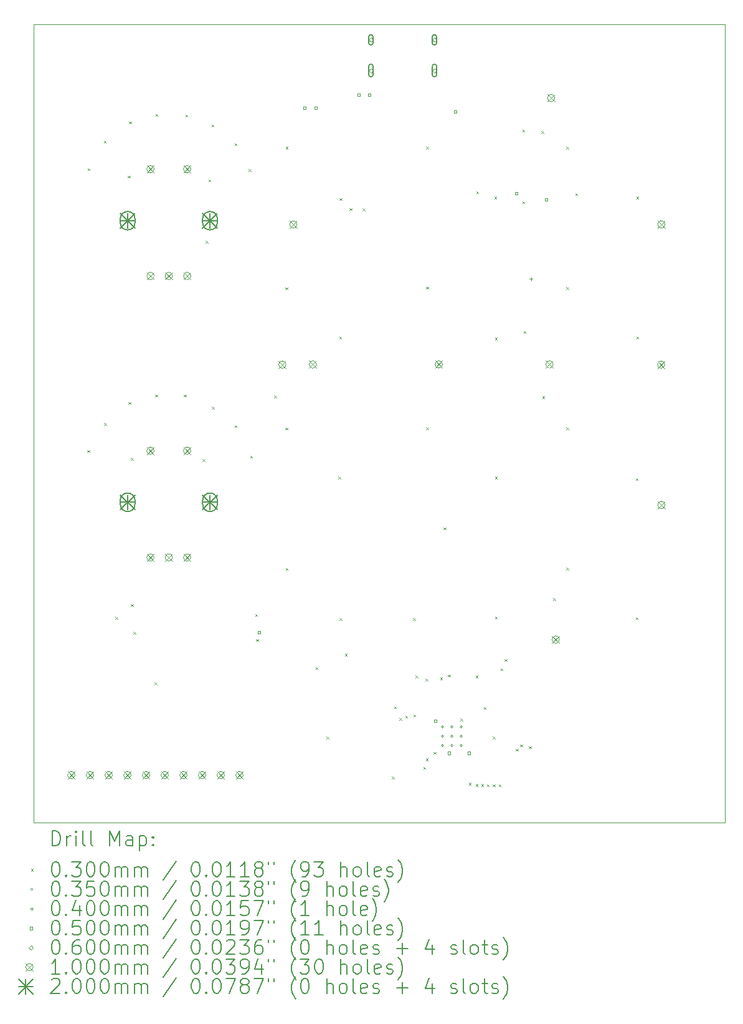
<source format=gbr>
%TF.GenerationSoftware,KiCad,Pcbnew,(6.0.7-1)-1*%
%TF.CreationDate,2022-08-13T20:31:30-04:00*%
%TF.ProjectId,KnGXT,4b6e4758-542e-46b6-9963-61645f706362,rev?*%
%TF.SameCoordinates,Original*%
%TF.FileFunction,Drillmap*%
%TF.FilePolarity,Positive*%
%FSLAX45Y45*%
G04 Gerber Fmt 4.5, Leading zero omitted, Abs format (unit mm)*
G04 Created by KiCad (PCBNEW (6.0.7-1)-1) date 2022-08-13 20:31:30*
%MOMM*%
%LPD*%
G01*
G04 APERTURE LIST*
%ADD10C,0.100000*%
%ADD11C,0.200000*%
%ADD12C,0.030000*%
%ADD13C,0.035000*%
%ADD14C,0.040000*%
%ADD15C,0.050000*%
%ADD16C,0.060000*%
G04 APERTURE END LIST*
D10*
X1740000Y-2265000D02*
X11140000Y-2265000D01*
X11140000Y-2265000D02*
X11140000Y-13100000D01*
X11140000Y-13100000D02*
X1740000Y-13100000D01*
X1740000Y-13100000D02*
X1740000Y-2265000D01*
D11*
D12*
X2470000Y-8045000D02*
X2500000Y-8075000D01*
X2500000Y-8045000D02*
X2470000Y-8075000D01*
X2475000Y-4220000D02*
X2505000Y-4250000D01*
X2505000Y-4220000D02*
X2475000Y-4250000D01*
X2695000Y-3845000D02*
X2725000Y-3875000D01*
X2725000Y-3845000D02*
X2695000Y-3875000D01*
X2700000Y-7675000D02*
X2730000Y-7705000D01*
X2730000Y-7675000D02*
X2700000Y-7705000D01*
X2853750Y-10310000D02*
X2883750Y-10340000D01*
X2883750Y-10310000D02*
X2853750Y-10340000D01*
X3020000Y-4320000D02*
X3050000Y-4350000D01*
X3050000Y-4320000D02*
X3020000Y-4350000D01*
X3030000Y-7395000D02*
X3060000Y-7425000D01*
X3060000Y-7395000D02*
X3030000Y-7425000D01*
X3040000Y-3585000D02*
X3070000Y-3615000D01*
X3070000Y-3585000D02*
X3040000Y-3615000D01*
X3065000Y-8150000D02*
X3095000Y-8180000D01*
X3095000Y-8150000D02*
X3065000Y-8180000D01*
X3066250Y-10135000D02*
X3096250Y-10165000D01*
X3096250Y-10135000D02*
X3066250Y-10165000D01*
X3098750Y-10512500D02*
X3128750Y-10542500D01*
X3128750Y-10512500D02*
X3098750Y-10542500D01*
X3387500Y-11197500D02*
X3417500Y-11227500D01*
X3417500Y-11197500D02*
X3387500Y-11227500D01*
X3395000Y-7290000D02*
X3425000Y-7320000D01*
X3425000Y-7290000D02*
X3395000Y-7320000D01*
X3400000Y-3480000D02*
X3430000Y-3510000D01*
X3430000Y-3480000D02*
X3400000Y-3510000D01*
X3785000Y-7290000D02*
X3815000Y-7320000D01*
X3815000Y-7290000D02*
X3785000Y-7320000D01*
X3805000Y-3490000D02*
X3835000Y-3520000D01*
X3835000Y-3490000D02*
X3805000Y-3520000D01*
X4040000Y-8170000D02*
X4070000Y-8200000D01*
X4070000Y-8170000D02*
X4040000Y-8200000D01*
X4080000Y-5205000D02*
X4110000Y-5235000D01*
X4110000Y-5205000D02*
X4080000Y-5235000D01*
X4120000Y-4370000D02*
X4150000Y-4400000D01*
X4150000Y-4370000D02*
X4120000Y-4400000D01*
X4160000Y-3625000D02*
X4190000Y-3655000D01*
X4190000Y-3625000D02*
X4160000Y-3655000D01*
X4165000Y-7455000D02*
X4195000Y-7485000D01*
X4195000Y-7455000D02*
X4165000Y-7485000D01*
X4475000Y-3880000D02*
X4505000Y-3910000D01*
X4505000Y-3880000D02*
X4475000Y-3910000D01*
X4475000Y-7705000D02*
X4505000Y-7735000D01*
X4505000Y-7705000D02*
X4475000Y-7735000D01*
X4665000Y-4230000D02*
X4695000Y-4260000D01*
X4695000Y-4230000D02*
X4665000Y-4260000D01*
X4685000Y-8120000D02*
X4715000Y-8150000D01*
X4715000Y-8120000D02*
X4685000Y-8150000D01*
X4753200Y-10272200D02*
X4783200Y-10302200D01*
X4783200Y-10272200D02*
X4753200Y-10302200D01*
X4768460Y-10610000D02*
X4798460Y-10640000D01*
X4798460Y-10610000D02*
X4768460Y-10640000D01*
X5010000Y-7305000D02*
X5040000Y-7335000D01*
X5040000Y-7305000D02*
X5010000Y-7335000D01*
X5163500Y-7741500D02*
X5193500Y-7771500D01*
X5193500Y-7741500D02*
X5163500Y-7771500D01*
X5166000Y-5834000D02*
X5196000Y-5864000D01*
X5196000Y-5834000D02*
X5166000Y-5864000D01*
X5168500Y-3926500D02*
X5198500Y-3956500D01*
X5198500Y-3926500D02*
X5168500Y-3956500D01*
X5168500Y-9644000D02*
X5198500Y-9674000D01*
X5198500Y-9644000D02*
X5168500Y-9674000D01*
X5575000Y-10990000D02*
X5605000Y-11020000D01*
X5605000Y-10990000D02*
X5575000Y-11020000D01*
X5725000Y-11935000D02*
X5755000Y-11965000D01*
X5755000Y-11935000D02*
X5725000Y-11965000D01*
X5885000Y-8405000D02*
X5915000Y-8435000D01*
X5915000Y-8405000D02*
X5885000Y-8435000D01*
X5895000Y-6505000D02*
X5925000Y-6535000D01*
X5925000Y-6505000D02*
X5895000Y-6535000D01*
X5900000Y-10325000D02*
X5930000Y-10355000D01*
X5930000Y-10325000D02*
X5900000Y-10355000D01*
X5901450Y-4625000D02*
X5931450Y-4655000D01*
X5931450Y-4625000D02*
X5901450Y-4655000D01*
X5972500Y-10807500D02*
X6002500Y-10837500D01*
X6002500Y-10807500D02*
X5972500Y-10837500D01*
X6035000Y-4760000D02*
X6065000Y-4790000D01*
X6065000Y-4760000D02*
X6035000Y-4790000D01*
X6215000Y-4765000D02*
X6245000Y-4795000D01*
X6245000Y-4765000D02*
X6215000Y-4795000D01*
X6610000Y-12477500D02*
X6640000Y-12507500D01*
X6640000Y-12477500D02*
X6610000Y-12507500D01*
X6640000Y-11525000D02*
X6670000Y-11555000D01*
X6670000Y-11525000D02*
X6640000Y-11555000D01*
X6715000Y-11682500D02*
X6745000Y-11712500D01*
X6745000Y-11682500D02*
X6715000Y-11712500D01*
X6795000Y-11652500D02*
X6825000Y-11682500D01*
X6825000Y-11652500D02*
X6795000Y-11682500D01*
X6897500Y-10327500D02*
X6927500Y-10357500D01*
X6927500Y-10327500D02*
X6897500Y-10357500D01*
X6902500Y-11635000D02*
X6932500Y-11665000D01*
X6932500Y-11635000D02*
X6902500Y-11665000D01*
X6935000Y-11107500D02*
X6965000Y-11137500D01*
X6965000Y-11107500D02*
X6935000Y-11137500D01*
X7039968Y-12345335D02*
X7069968Y-12375335D01*
X7069968Y-12345335D02*
X7039968Y-12375335D01*
X7067500Y-11147500D02*
X7097500Y-11177500D01*
X7097500Y-11147500D02*
X7067500Y-11177500D01*
X7075000Y-12230000D02*
X7105000Y-12260000D01*
X7105000Y-12230000D02*
X7075000Y-12260000D01*
X7076500Y-5828500D02*
X7106500Y-5858500D01*
X7106500Y-5828500D02*
X7076500Y-5858500D01*
X7076500Y-7736000D02*
X7106500Y-7766000D01*
X7106500Y-7736000D02*
X7076500Y-7766000D01*
X7079000Y-3926000D02*
X7109000Y-3956000D01*
X7109000Y-3926000D02*
X7079000Y-3956000D01*
X7180000Y-12142500D02*
X7210000Y-12172500D01*
X7210000Y-12142500D02*
X7180000Y-12172500D01*
X7267500Y-11132500D02*
X7297500Y-11162500D01*
X7297500Y-11132500D02*
X7267500Y-11162500D01*
X7314000Y-9096000D02*
X7344000Y-9126000D01*
X7344000Y-9096000D02*
X7314000Y-9126000D01*
X7372500Y-11095000D02*
X7402500Y-11125000D01*
X7402500Y-11095000D02*
X7372500Y-11125000D01*
X7543357Y-11689680D02*
X7573357Y-11719680D01*
X7573357Y-11689680D02*
X7543357Y-11719680D01*
X7657500Y-12562500D02*
X7687500Y-12592500D01*
X7687500Y-12562500D02*
X7657500Y-12592500D01*
X7750000Y-11105000D02*
X7780000Y-11135000D01*
X7780000Y-11105000D02*
X7750000Y-11135000D01*
X7750000Y-12580000D02*
X7780000Y-12610000D01*
X7780000Y-12580000D02*
X7750000Y-12610000D01*
X7760000Y-4530000D02*
X7790000Y-4560000D01*
X7790000Y-4530000D02*
X7760000Y-4560000D01*
X7825000Y-12580000D02*
X7855000Y-12610000D01*
X7855000Y-12580000D02*
X7825000Y-12610000D01*
X7860000Y-11532500D02*
X7890000Y-11562500D01*
X7890000Y-11532500D02*
X7860000Y-11562500D01*
X7902500Y-12582500D02*
X7932500Y-12612500D01*
X7932500Y-12582500D02*
X7902500Y-12612500D01*
X7982500Y-11937500D02*
X8012500Y-11967500D01*
X8012500Y-11937500D02*
X7982500Y-11967500D01*
X7982500Y-12582500D02*
X8012500Y-12612500D01*
X8012500Y-12582500D02*
X7982500Y-12612500D01*
X8005000Y-4605000D02*
X8035000Y-4635000D01*
X8035000Y-4605000D02*
X8005000Y-4635000D01*
X8015000Y-6515000D02*
X8045000Y-6545000D01*
X8045000Y-6515000D02*
X8015000Y-6545000D01*
X8015000Y-8405000D02*
X8045000Y-8435000D01*
X8045000Y-8405000D02*
X8015000Y-8435000D01*
X8015000Y-10305000D02*
X8045000Y-10335000D01*
X8045000Y-10305000D02*
X8015000Y-10335000D01*
X8065000Y-12582500D02*
X8095000Y-12612500D01*
X8095000Y-12582500D02*
X8065000Y-12612500D01*
X8087600Y-11008600D02*
X8117600Y-11038600D01*
X8117600Y-11008600D02*
X8087600Y-11038600D01*
X8142550Y-10881600D02*
X8172550Y-10911600D01*
X8172550Y-10881600D02*
X8142550Y-10911600D01*
X8298255Y-12102646D02*
X8328255Y-12132646D01*
X8328255Y-12102646D02*
X8298255Y-12132646D01*
X8357550Y-12041318D02*
X8387550Y-12071318D01*
X8387550Y-12041318D02*
X8357550Y-12071318D01*
X8385000Y-3692500D02*
X8415000Y-3722500D01*
X8415000Y-3692500D02*
X8385000Y-3722500D01*
X8385000Y-4667500D02*
X8415000Y-4697500D01*
X8415000Y-4667500D02*
X8385000Y-4697500D01*
X8402500Y-6427500D02*
X8432500Y-6457500D01*
X8432500Y-6427500D02*
X8402500Y-6457500D01*
X8475000Y-12065000D02*
X8505000Y-12095000D01*
X8505000Y-12065000D02*
X8475000Y-12095000D01*
X8645000Y-3715000D02*
X8675000Y-3745000D01*
X8675000Y-3715000D02*
X8645000Y-3745000D01*
X8655000Y-7312500D02*
X8685000Y-7342500D01*
X8685000Y-7312500D02*
X8655000Y-7342500D01*
X8806000Y-10057000D02*
X8836000Y-10087000D01*
X8836000Y-10057000D02*
X8806000Y-10087000D01*
X8981500Y-5831000D02*
X9011500Y-5861000D01*
X9011500Y-5831000D02*
X8981500Y-5861000D01*
X8981500Y-7736000D02*
X9011500Y-7766000D01*
X9011500Y-7736000D02*
X8981500Y-7766000D01*
X8984000Y-3926000D02*
X9014000Y-3956000D01*
X9014000Y-3926000D02*
X8984000Y-3956000D01*
X8984000Y-9641000D02*
X9014000Y-9671000D01*
X9014000Y-9641000D02*
X8984000Y-9671000D01*
X9103600Y-4557000D02*
X9133600Y-4587000D01*
X9133600Y-4557000D02*
X9103600Y-4587000D01*
X9925000Y-8425000D02*
X9955000Y-8455000D01*
X9955000Y-8425000D02*
X9925000Y-8455000D01*
X9925000Y-10315000D02*
X9955000Y-10345000D01*
X9955000Y-10315000D02*
X9925000Y-10345000D01*
X9935000Y-4605000D02*
X9965000Y-4635000D01*
X9965000Y-4605000D02*
X9935000Y-4635000D01*
X9935000Y-6505000D02*
X9965000Y-6535000D01*
X9965000Y-6505000D02*
X9935000Y-6535000D01*
D13*
X7315977Y-11801405D02*
G75*
G03*
X7315977Y-11801405I-17500J0D01*
G01*
X7315977Y-11928905D02*
G75*
G03*
X7315977Y-11928905I-17500J0D01*
G01*
X7315977Y-12056405D02*
G75*
G03*
X7315977Y-12056405I-17500J0D01*
G01*
X7443477Y-11801405D02*
G75*
G03*
X7443477Y-11801405I-17500J0D01*
G01*
X7443477Y-11928905D02*
G75*
G03*
X7443477Y-11928905I-17500J0D01*
G01*
X7443477Y-12056405D02*
G75*
G03*
X7443477Y-12056405I-17500J0D01*
G01*
X7570977Y-11801405D02*
G75*
G03*
X7570977Y-11801405I-17500J0D01*
G01*
X7570977Y-11928905D02*
G75*
G03*
X7570977Y-11928905I-17500J0D01*
G01*
X7570977Y-12056405D02*
G75*
G03*
X7570977Y-12056405I-17500J0D01*
G01*
D14*
X8505000Y-5702500D02*
X8505000Y-5742500D01*
X8485000Y-5722500D02*
X8525000Y-5722500D01*
D15*
X4822678Y-10535918D02*
X4822678Y-10500562D01*
X4787322Y-10500562D01*
X4787322Y-10535918D01*
X4822678Y-10535918D01*
X5445178Y-3417678D02*
X5445178Y-3382322D01*
X5409822Y-3382322D01*
X5409822Y-3417678D01*
X5445178Y-3417678D01*
X5592678Y-3417678D02*
X5592678Y-3382322D01*
X5557322Y-3382322D01*
X5557322Y-3417678D01*
X5592678Y-3417678D01*
X6177678Y-3237678D02*
X6177678Y-3202322D01*
X6142322Y-3202322D01*
X6142322Y-3237678D01*
X6177678Y-3237678D01*
X6325178Y-3237678D02*
X6325178Y-3202322D01*
X6289822Y-3202322D01*
X6289822Y-3237678D01*
X6325178Y-3237678D01*
X7217678Y-11740178D02*
X7217678Y-11704822D01*
X7182322Y-11704822D01*
X7182322Y-11740178D01*
X7217678Y-11740178D01*
X7407678Y-12175178D02*
X7407678Y-12139822D01*
X7372322Y-12139822D01*
X7372322Y-12175178D01*
X7407678Y-12175178D01*
X7490178Y-3465178D02*
X7490178Y-3429822D01*
X7454822Y-3429822D01*
X7454822Y-3465178D01*
X7490178Y-3465178D01*
X7680178Y-12175178D02*
X7680178Y-12139822D01*
X7644822Y-12139822D01*
X7644822Y-12175178D01*
X7680178Y-12175178D01*
X8323478Y-4577678D02*
X8323478Y-4542322D01*
X8288122Y-4542322D01*
X8288122Y-4577678D01*
X8323478Y-4577678D01*
X8727678Y-4662678D02*
X8727678Y-4627322D01*
X8692322Y-4627322D01*
X8692322Y-4662678D01*
X8727678Y-4662678D01*
D16*
X6326612Y-2505633D02*
X6356612Y-2475633D01*
X6326612Y-2445633D01*
X6296612Y-2475633D01*
X6326612Y-2505633D01*
D11*
X6296612Y-2435633D02*
X6296612Y-2515633D01*
X6356612Y-2435633D02*
X6356612Y-2515633D01*
X6296612Y-2515633D02*
G75*
G03*
X6356612Y-2515633I30000J0D01*
G01*
X6356612Y-2435633D02*
G75*
G03*
X6296612Y-2435633I-30000J0D01*
G01*
D16*
X6326612Y-2922632D02*
X6356612Y-2892632D01*
X6326612Y-2862632D01*
X6296612Y-2892632D01*
X6326612Y-2922632D01*
D11*
X6296612Y-2837632D02*
X6296612Y-2947632D01*
X6356612Y-2837632D02*
X6356612Y-2947632D01*
X6296612Y-2947632D02*
G75*
G03*
X6356612Y-2947632I30000J0D01*
G01*
X6356612Y-2837632D02*
G75*
G03*
X6296612Y-2837632I-30000J0D01*
G01*
D16*
X7190612Y-2505633D02*
X7220612Y-2475633D01*
X7190612Y-2445633D01*
X7160612Y-2475633D01*
X7190612Y-2505633D01*
D11*
X7160612Y-2435633D02*
X7160612Y-2515633D01*
X7220612Y-2435633D02*
X7220612Y-2515633D01*
X7160612Y-2515633D02*
G75*
G03*
X7220612Y-2515633I30000J0D01*
G01*
X7220612Y-2435633D02*
G75*
G03*
X7160612Y-2435633I-30000J0D01*
G01*
D16*
X7190612Y-2922632D02*
X7220612Y-2892632D01*
X7190612Y-2862632D01*
X7160612Y-2892632D01*
X7190612Y-2922632D01*
D11*
X7160612Y-2837632D02*
X7160612Y-2947632D01*
X7220612Y-2837632D02*
X7220612Y-2947632D01*
X7160612Y-2947632D02*
G75*
G03*
X7220612Y-2947632I30000J0D01*
G01*
X7220612Y-2837632D02*
G75*
G03*
X7160612Y-2837632I-30000J0D01*
G01*
D10*
X2204000Y-12407500D02*
X2304000Y-12507500D01*
X2304000Y-12407500D02*
X2204000Y-12507500D01*
X2304000Y-12457500D02*
G75*
G03*
X2304000Y-12457500I-50000J0D01*
G01*
X2458000Y-12407500D02*
X2558000Y-12507500D01*
X2558000Y-12407500D02*
X2458000Y-12507500D01*
X2558000Y-12457500D02*
G75*
G03*
X2558000Y-12457500I-50000J0D01*
G01*
X2712000Y-12407500D02*
X2812000Y-12507500D01*
X2812000Y-12407500D02*
X2712000Y-12507500D01*
X2812000Y-12457500D02*
G75*
G03*
X2812000Y-12457500I-50000J0D01*
G01*
X2966000Y-12407500D02*
X3066000Y-12507500D01*
X3066000Y-12407500D02*
X2966000Y-12507500D01*
X3066000Y-12457500D02*
G75*
G03*
X3066000Y-12457500I-50000J0D01*
G01*
X3220000Y-12407500D02*
X3320000Y-12507500D01*
X3320000Y-12407500D02*
X3220000Y-12507500D01*
X3320000Y-12457500D02*
G75*
G03*
X3320000Y-12457500I-50000J0D01*
G01*
X3279280Y-4180940D02*
X3379280Y-4280940D01*
X3379280Y-4180940D02*
X3279280Y-4280940D01*
X3379280Y-4230940D02*
G75*
G03*
X3379280Y-4230940I-50000J0D01*
G01*
X3279280Y-5630940D02*
X3379280Y-5730940D01*
X3379280Y-5630940D02*
X3279280Y-5730940D01*
X3379280Y-5680940D02*
G75*
G03*
X3379280Y-5680940I-50000J0D01*
G01*
X3279280Y-8003440D02*
X3379280Y-8103440D01*
X3379280Y-8003440D02*
X3279280Y-8103440D01*
X3379280Y-8053440D02*
G75*
G03*
X3379280Y-8053440I-50000J0D01*
G01*
X3279280Y-9453440D02*
X3379280Y-9553440D01*
X3379280Y-9453440D02*
X3279280Y-9553440D01*
X3379280Y-9503440D02*
G75*
G03*
X3379280Y-9503440I-50000J0D01*
G01*
X3474000Y-12407500D02*
X3574000Y-12507500D01*
X3574000Y-12407500D02*
X3474000Y-12507500D01*
X3574000Y-12457500D02*
G75*
G03*
X3574000Y-12457500I-50000J0D01*
G01*
X3529280Y-5630940D02*
X3629280Y-5730940D01*
X3629280Y-5630940D02*
X3529280Y-5730940D01*
X3629280Y-5680940D02*
G75*
G03*
X3629280Y-5680940I-50000J0D01*
G01*
X3529280Y-9453440D02*
X3629280Y-9553440D01*
X3629280Y-9453440D02*
X3529280Y-9553440D01*
X3629280Y-9503440D02*
G75*
G03*
X3629280Y-9503440I-50000J0D01*
G01*
X3728000Y-12407500D02*
X3828000Y-12507500D01*
X3828000Y-12407500D02*
X3728000Y-12507500D01*
X3828000Y-12457500D02*
G75*
G03*
X3828000Y-12457500I-50000J0D01*
G01*
X3779280Y-4180940D02*
X3879280Y-4280940D01*
X3879280Y-4180940D02*
X3779280Y-4280940D01*
X3879280Y-4230940D02*
G75*
G03*
X3879280Y-4230940I-50000J0D01*
G01*
X3779280Y-5630940D02*
X3879280Y-5730940D01*
X3879280Y-5630940D02*
X3779280Y-5730940D01*
X3879280Y-5680940D02*
G75*
G03*
X3879280Y-5680940I-50000J0D01*
G01*
X3779280Y-8003440D02*
X3879280Y-8103440D01*
X3879280Y-8003440D02*
X3779280Y-8103440D01*
X3879280Y-8053440D02*
G75*
G03*
X3879280Y-8053440I-50000J0D01*
G01*
X3779280Y-9453440D02*
X3879280Y-9553440D01*
X3879280Y-9453440D02*
X3779280Y-9553440D01*
X3879280Y-9503440D02*
G75*
G03*
X3879280Y-9503440I-50000J0D01*
G01*
X3982000Y-12407500D02*
X4082000Y-12507500D01*
X4082000Y-12407500D02*
X3982000Y-12507500D01*
X4082000Y-12457500D02*
G75*
G03*
X4082000Y-12457500I-50000J0D01*
G01*
X4236000Y-12407500D02*
X4336000Y-12507500D01*
X4336000Y-12407500D02*
X4236000Y-12507500D01*
X4336000Y-12457500D02*
G75*
G03*
X4336000Y-12457500I-50000J0D01*
G01*
X4490000Y-12407500D02*
X4590000Y-12507500D01*
X4590000Y-12407500D02*
X4490000Y-12507500D01*
X4590000Y-12457500D02*
G75*
G03*
X4590000Y-12457500I-50000J0D01*
G01*
X5072500Y-6835000D02*
X5172500Y-6935000D01*
X5172500Y-6835000D02*
X5072500Y-6935000D01*
X5172500Y-6885000D02*
G75*
G03*
X5172500Y-6885000I-50000J0D01*
G01*
X5222500Y-4932500D02*
X5322500Y-5032500D01*
X5322500Y-4932500D02*
X5222500Y-5032500D01*
X5322500Y-4982500D02*
G75*
G03*
X5322500Y-4982500I-50000J0D01*
G01*
X5487200Y-6832500D02*
X5587200Y-6932500D01*
X5587200Y-6832500D02*
X5487200Y-6932500D01*
X5587200Y-6882500D02*
G75*
G03*
X5587200Y-6882500I-50000J0D01*
G01*
X7200000Y-6832500D02*
X7300000Y-6932500D01*
X7300000Y-6832500D02*
X7200000Y-6932500D01*
X7300000Y-6882500D02*
G75*
G03*
X7300000Y-6882500I-50000J0D01*
G01*
X8705000Y-6832500D02*
X8805000Y-6932500D01*
X8805000Y-6832500D02*
X8705000Y-6932500D01*
X8805000Y-6882500D02*
G75*
G03*
X8805000Y-6882500I-50000J0D01*
G01*
X8727500Y-3215000D02*
X8827500Y-3315000D01*
X8827500Y-3215000D02*
X8727500Y-3315000D01*
X8827500Y-3265000D02*
G75*
G03*
X8827500Y-3265000I-50000J0D01*
G01*
X8790000Y-10567500D02*
X8890000Y-10667500D01*
X8890000Y-10567500D02*
X8790000Y-10667500D01*
X8890000Y-10617500D02*
G75*
G03*
X8890000Y-10617500I-50000J0D01*
G01*
X10222500Y-6835000D02*
X10322500Y-6935000D01*
X10322500Y-6835000D02*
X10222500Y-6935000D01*
X10322500Y-6885000D02*
G75*
G03*
X10322500Y-6885000I-50000J0D01*
G01*
X10225000Y-4930000D02*
X10325000Y-5030000D01*
X10325000Y-4930000D02*
X10225000Y-5030000D01*
X10325000Y-4980000D02*
G75*
G03*
X10325000Y-4980000I-50000J0D01*
G01*
X10225000Y-8740000D02*
X10325000Y-8840000D01*
X10325000Y-8740000D02*
X10225000Y-8840000D01*
X10325000Y-8790000D02*
G75*
G03*
X10325000Y-8790000I-50000J0D01*
G01*
D11*
X2919280Y-4830940D02*
X3119280Y-5030940D01*
X3119280Y-4830940D02*
X2919280Y-5030940D01*
X3019280Y-4830940D02*
X3019280Y-5030940D01*
X2919280Y-4930940D02*
X3119280Y-4930940D01*
X3119280Y-4955940D02*
X3119280Y-4905940D01*
X2919280Y-4955940D02*
X2919280Y-4905940D01*
X3119280Y-4905940D02*
G75*
G03*
X2919280Y-4905940I-100000J0D01*
G01*
X2919280Y-4955940D02*
G75*
G03*
X3119280Y-4955940I100000J0D01*
G01*
X2919280Y-8653440D02*
X3119280Y-8853440D01*
X3119280Y-8653440D02*
X2919280Y-8853440D01*
X3019280Y-8653440D02*
X3019280Y-8853440D01*
X2919280Y-8753440D02*
X3119280Y-8753440D01*
X3119280Y-8778440D02*
X3119280Y-8728440D01*
X2919280Y-8778440D02*
X2919280Y-8728440D01*
X3119280Y-8728440D02*
G75*
G03*
X2919280Y-8728440I-100000J0D01*
G01*
X2919280Y-8778440D02*
G75*
G03*
X3119280Y-8778440I100000J0D01*
G01*
X4039280Y-4830940D02*
X4239280Y-5030940D01*
X4239280Y-4830940D02*
X4039280Y-5030940D01*
X4139280Y-4830940D02*
X4139280Y-5030940D01*
X4039280Y-4930940D02*
X4239280Y-4930940D01*
X4239280Y-4955940D02*
X4239280Y-4905940D01*
X4039280Y-4955940D02*
X4039280Y-4905940D01*
X4239280Y-4905940D02*
G75*
G03*
X4039280Y-4905940I-100000J0D01*
G01*
X4039280Y-4955940D02*
G75*
G03*
X4239280Y-4955940I100000J0D01*
G01*
X4039280Y-8653440D02*
X4239280Y-8853440D01*
X4239280Y-8653440D02*
X4039280Y-8853440D01*
X4139280Y-8653440D02*
X4139280Y-8853440D01*
X4039280Y-8753440D02*
X4239280Y-8753440D01*
X4239280Y-8778440D02*
X4239280Y-8728440D01*
X4039280Y-8778440D02*
X4039280Y-8728440D01*
X4239280Y-8728440D02*
G75*
G03*
X4039280Y-8728440I-100000J0D01*
G01*
X4039280Y-8778440D02*
G75*
G03*
X4239280Y-8778440I100000J0D01*
G01*
X1992619Y-13415476D02*
X1992619Y-13215476D01*
X2040238Y-13215476D01*
X2068809Y-13225000D01*
X2087857Y-13244048D01*
X2097381Y-13263095D01*
X2106905Y-13301190D01*
X2106905Y-13329762D01*
X2097381Y-13367857D01*
X2087857Y-13386905D01*
X2068809Y-13405952D01*
X2040238Y-13415476D01*
X1992619Y-13415476D01*
X2192619Y-13415476D02*
X2192619Y-13282143D01*
X2192619Y-13320238D02*
X2202143Y-13301190D01*
X2211667Y-13291667D01*
X2230714Y-13282143D01*
X2249762Y-13282143D01*
X2316429Y-13415476D02*
X2316429Y-13282143D01*
X2316429Y-13215476D02*
X2306905Y-13225000D01*
X2316429Y-13234524D01*
X2325952Y-13225000D01*
X2316429Y-13215476D01*
X2316429Y-13234524D01*
X2440238Y-13415476D02*
X2421190Y-13405952D01*
X2411667Y-13386905D01*
X2411667Y-13215476D01*
X2545000Y-13415476D02*
X2525952Y-13405952D01*
X2516429Y-13386905D01*
X2516429Y-13215476D01*
X2773571Y-13415476D02*
X2773571Y-13215476D01*
X2840238Y-13358333D01*
X2906905Y-13215476D01*
X2906905Y-13415476D01*
X3087857Y-13415476D02*
X3087857Y-13310714D01*
X3078333Y-13291667D01*
X3059286Y-13282143D01*
X3021190Y-13282143D01*
X3002143Y-13291667D01*
X3087857Y-13405952D02*
X3068809Y-13415476D01*
X3021190Y-13415476D01*
X3002143Y-13405952D01*
X2992619Y-13386905D01*
X2992619Y-13367857D01*
X3002143Y-13348809D01*
X3021190Y-13339286D01*
X3068809Y-13339286D01*
X3087857Y-13329762D01*
X3183095Y-13282143D02*
X3183095Y-13482143D01*
X3183095Y-13291667D02*
X3202143Y-13282143D01*
X3240238Y-13282143D01*
X3259286Y-13291667D01*
X3268809Y-13301190D01*
X3278333Y-13320238D01*
X3278333Y-13377381D01*
X3268809Y-13396428D01*
X3259286Y-13405952D01*
X3240238Y-13415476D01*
X3202143Y-13415476D01*
X3183095Y-13405952D01*
X3364048Y-13396428D02*
X3373571Y-13405952D01*
X3364048Y-13415476D01*
X3354524Y-13405952D01*
X3364048Y-13396428D01*
X3364048Y-13415476D01*
X3364048Y-13291667D02*
X3373571Y-13301190D01*
X3364048Y-13310714D01*
X3354524Y-13301190D01*
X3364048Y-13291667D01*
X3364048Y-13310714D01*
D12*
X1705000Y-13730000D02*
X1735000Y-13760000D01*
X1735000Y-13730000D02*
X1705000Y-13760000D01*
D11*
X2030714Y-13635476D02*
X2049762Y-13635476D01*
X2068809Y-13645000D01*
X2078333Y-13654524D01*
X2087857Y-13673571D01*
X2097381Y-13711667D01*
X2097381Y-13759286D01*
X2087857Y-13797381D01*
X2078333Y-13816428D01*
X2068809Y-13825952D01*
X2049762Y-13835476D01*
X2030714Y-13835476D01*
X2011667Y-13825952D01*
X2002143Y-13816428D01*
X1992619Y-13797381D01*
X1983095Y-13759286D01*
X1983095Y-13711667D01*
X1992619Y-13673571D01*
X2002143Y-13654524D01*
X2011667Y-13645000D01*
X2030714Y-13635476D01*
X2183095Y-13816428D02*
X2192619Y-13825952D01*
X2183095Y-13835476D01*
X2173571Y-13825952D01*
X2183095Y-13816428D01*
X2183095Y-13835476D01*
X2259286Y-13635476D02*
X2383095Y-13635476D01*
X2316429Y-13711667D01*
X2345000Y-13711667D01*
X2364048Y-13721190D01*
X2373571Y-13730714D01*
X2383095Y-13749762D01*
X2383095Y-13797381D01*
X2373571Y-13816428D01*
X2364048Y-13825952D01*
X2345000Y-13835476D01*
X2287857Y-13835476D01*
X2268810Y-13825952D01*
X2259286Y-13816428D01*
X2506905Y-13635476D02*
X2525952Y-13635476D01*
X2545000Y-13645000D01*
X2554524Y-13654524D01*
X2564048Y-13673571D01*
X2573571Y-13711667D01*
X2573571Y-13759286D01*
X2564048Y-13797381D01*
X2554524Y-13816428D01*
X2545000Y-13825952D01*
X2525952Y-13835476D01*
X2506905Y-13835476D01*
X2487857Y-13825952D01*
X2478333Y-13816428D01*
X2468810Y-13797381D01*
X2459286Y-13759286D01*
X2459286Y-13711667D01*
X2468810Y-13673571D01*
X2478333Y-13654524D01*
X2487857Y-13645000D01*
X2506905Y-13635476D01*
X2697381Y-13635476D02*
X2716429Y-13635476D01*
X2735476Y-13645000D01*
X2745000Y-13654524D01*
X2754524Y-13673571D01*
X2764048Y-13711667D01*
X2764048Y-13759286D01*
X2754524Y-13797381D01*
X2745000Y-13816428D01*
X2735476Y-13825952D01*
X2716429Y-13835476D01*
X2697381Y-13835476D01*
X2678333Y-13825952D01*
X2668810Y-13816428D01*
X2659286Y-13797381D01*
X2649762Y-13759286D01*
X2649762Y-13711667D01*
X2659286Y-13673571D01*
X2668810Y-13654524D01*
X2678333Y-13645000D01*
X2697381Y-13635476D01*
X2849762Y-13835476D02*
X2849762Y-13702143D01*
X2849762Y-13721190D02*
X2859286Y-13711667D01*
X2878333Y-13702143D01*
X2906905Y-13702143D01*
X2925952Y-13711667D01*
X2935476Y-13730714D01*
X2935476Y-13835476D01*
X2935476Y-13730714D02*
X2945000Y-13711667D01*
X2964048Y-13702143D01*
X2992619Y-13702143D01*
X3011667Y-13711667D01*
X3021190Y-13730714D01*
X3021190Y-13835476D01*
X3116428Y-13835476D02*
X3116428Y-13702143D01*
X3116428Y-13721190D02*
X3125952Y-13711667D01*
X3145000Y-13702143D01*
X3173571Y-13702143D01*
X3192619Y-13711667D01*
X3202143Y-13730714D01*
X3202143Y-13835476D01*
X3202143Y-13730714D02*
X3211667Y-13711667D01*
X3230714Y-13702143D01*
X3259286Y-13702143D01*
X3278333Y-13711667D01*
X3287857Y-13730714D01*
X3287857Y-13835476D01*
X3678333Y-13625952D02*
X3506905Y-13883095D01*
X3935476Y-13635476D02*
X3954524Y-13635476D01*
X3973571Y-13645000D01*
X3983095Y-13654524D01*
X3992619Y-13673571D01*
X4002143Y-13711667D01*
X4002143Y-13759286D01*
X3992619Y-13797381D01*
X3983095Y-13816428D01*
X3973571Y-13825952D01*
X3954524Y-13835476D01*
X3935476Y-13835476D01*
X3916428Y-13825952D01*
X3906905Y-13816428D01*
X3897381Y-13797381D01*
X3887857Y-13759286D01*
X3887857Y-13711667D01*
X3897381Y-13673571D01*
X3906905Y-13654524D01*
X3916428Y-13645000D01*
X3935476Y-13635476D01*
X4087857Y-13816428D02*
X4097381Y-13825952D01*
X4087857Y-13835476D01*
X4078333Y-13825952D01*
X4087857Y-13816428D01*
X4087857Y-13835476D01*
X4221190Y-13635476D02*
X4240238Y-13635476D01*
X4259286Y-13645000D01*
X4268810Y-13654524D01*
X4278333Y-13673571D01*
X4287857Y-13711667D01*
X4287857Y-13759286D01*
X4278333Y-13797381D01*
X4268810Y-13816428D01*
X4259286Y-13825952D01*
X4240238Y-13835476D01*
X4221190Y-13835476D01*
X4202143Y-13825952D01*
X4192619Y-13816428D01*
X4183095Y-13797381D01*
X4173571Y-13759286D01*
X4173571Y-13711667D01*
X4183095Y-13673571D01*
X4192619Y-13654524D01*
X4202143Y-13645000D01*
X4221190Y-13635476D01*
X4478333Y-13835476D02*
X4364048Y-13835476D01*
X4421190Y-13835476D02*
X4421190Y-13635476D01*
X4402143Y-13664048D01*
X4383095Y-13683095D01*
X4364048Y-13692619D01*
X4668810Y-13835476D02*
X4554524Y-13835476D01*
X4611667Y-13835476D02*
X4611667Y-13635476D01*
X4592619Y-13664048D01*
X4573571Y-13683095D01*
X4554524Y-13692619D01*
X4783095Y-13721190D02*
X4764048Y-13711667D01*
X4754524Y-13702143D01*
X4745000Y-13683095D01*
X4745000Y-13673571D01*
X4754524Y-13654524D01*
X4764048Y-13645000D01*
X4783095Y-13635476D01*
X4821190Y-13635476D01*
X4840238Y-13645000D01*
X4849762Y-13654524D01*
X4859286Y-13673571D01*
X4859286Y-13683095D01*
X4849762Y-13702143D01*
X4840238Y-13711667D01*
X4821190Y-13721190D01*
X4783095Y-13721190D01*
X4764048Y-13730714D01*
X4754524Y-13740238D01*
X4745000Y-13759286D01*
X4745000Y-13797381D01*
X4754524Y-13816428D01*
X4764048Y-13825952D01*
X4783095Y-13835476D01*
X4821190Y-13835476D01*
X4840238Y-13825952D01*
X4849762Y-13816428D01*
X4859286Y-13797381D01*
X4859286Y-13759286D01*
X4849762Y-13740238D01*
X4840238Y-13730714D01*
X4821190Y-13721190D01*
X4935476Y-13635476D02*
X4935476Y-13673571D01*
X5011667Y-13635476D02*
X5011667Y-13673571D01*
X5306905Y-13911667D02*
X5297381Y-13902143D01*
X5278333Y-13873571D01*
X5268810Y-13854524D01*
X5259286Y-13825952D01*
X5249762Y-13778333D01*
X5249762Y-13740238D01*
X5259286Y-13692619D01*
X5268810Y-13664048D01*
X5278333Y-13645000D01*
X5297381Y-13616428D01*
X5306905Y-13606905D01*
X5392619Y-13835476D02*
X5430714Y-13835476D01*
X5449762Y-13825952D01*
X5459286Y-13816428D01*
X5478333Y-13787857D01*
X5487857Y-13749762D01*
X5487857Y-13673571D01*
X5478333Y-13654524D01*
X5468810Y-13645000D01*
X5449762Y-13635476D01*
X5411667Y-13635476D01*
X5392619Y-13645000D01*
X5383095Y-13654524D01*
X5373571Y-13673571D01*
X5373571Y-13721190D01*
X5383095Y-13740238D01*
X5392619Y-13749762D01*
X5411667Y-13759286D01*
X5449762Y-13759286D01*
X5468810Y-13749762D01*
X5478333Y-13740238D01*
X5487857Y-13721190D01*
X5554524Y-13635476D02*
X5678333Y-13635476D01*
X5611667Y-13711667D01*
X5640238Y-13711667D01*
X5659286Y-13721190D01*
X5668809Y-13730714D01*
X5678333Y-13749762D01*
X5678333Y-13797381D01*
X5668809Y-13816428D01*
X5659286Y-13825952D01*
X5640238Y-13835476D01*
X5583095Y-13835476D01*
X5564048Y-13825952D01*
X5554524Y-13816428D01*
X5916428Y-13835476D02*
X5916428Y-13635476D01*
X6002143Y-13835476D02*
X6002143Y-13730714D01*
X5992619Y-13711667D01*
X5973571Y-13702143D01*
X5945000Y-13702143D01*
X5925952Y-13711667D01*
X5916428Y-13721190D01*
X6125952Y-13835476D02*
X6106905Y-13825952D01*
X6097381Y-13816428D01*
X6087857Y-13797381D01*
X6087857Y-13740238D01*
X6097381Y-13721190D01*
X6106905Y-13711667D01*
X6125952Y-13702143D01*
X6154524Y-13702143D01*
X6173571Y-13711667D01*
X6183095Y-13721190D01*
X6192619Y-13740238D01*
X6192619Y-13797381D01*
X6183095Y-13816428D01*
X6173571Y-13825952D01*
X6154524Y-13835476D01*
X6125952Y-13835476D01*
X6306905Y-13835476D02*
X6287857Y-13825952D01*
X6278333Y-13806905D01*
X6278333Y-13635476D01*
X6459286Y-13825952D02*
X6440238Y-13835476D01*
X6402143Y-13835476D01*
X6383095Y-13825952D01*
X6373571Y-13806905D01*
X6373571Y-13730714D01*
X6383095Y-13711667D01*
X6402143Y-13702143D01*
X6440238Y-13702143D01*
X6459286Y-13711667D01*
X6468809Y-13730714D01*
X6468809Y-13749762D01*
X6373571Y-13768809D01*
X6545000Y-13825952D02*
X6564048Y-13835476D01*
X6602143Y-13835476D01*
X6621190Y-13825952D01*
X6630714Y-13806905D01*
X6630714Y-13797381D01*
X6621190Y-13778333D01*
X6602143Y-13768809D01*
X6573571Y-13768809D01*
X6554524Y-13759286D01*
X6545000Y-13740238D01*
X6545000Y-13730714D01*
X6554524Y-13711667D01*
X6573571Y-13702143D01*
X6602143Y-13702143D01*
X6621190Y-13711667D01*
X6697381Y-13911667D02*
X6706905Y-13902143D01*
X6725952Y-13873571D01*
X6735476Y-13854524D01*
X6745000Y-13825952D01*
X6754524Y-13778333D01*
X6754524Y-13740238D01*
X6745000Y-13692619D01*
X6735476Y-13664048D01*
X6725952Y-13645000D01*
X6706905Y-13616428D01*
X6697381Y-13606905D01*
D13*
X1735000Y-14009000D02*
G75*
G03*
X1735000Y-14009000I-17500J0D01*
G01*
D11*
X2030714Y-13899476D02*
X2049762Y-13899476D01*
X2068809Y-13909000D01*
X2078333Y-13918524D01*
X2087857Y-13937571D01*
X2097381Y-13975667D01*
X2097381Y-14023286D01*
X2087857Y-14061381D01*
X2078333Y-14080428D01*
X2068809Y-14089952D01*
X2049762Y-14099476D01*
X2030714Y-14099476D01*
X2011667Y-14089952D01*
X2002143Y-14080428D01*
X1992619Y-14061381D01*
X1983095Y-14023286D01*
X1983095Y-13975667D01*
X1992619Y-13937571D01*
X2002143Y-13918524D01*
X2011667Y-13909000D01*
X2030714Y-13899476D01*
X2183095Y-14080428D02*
X2192619Y-14089952D01*
X2183095Y-14099476D01*
X2173571Y-14089952D01*
X2183095Y-14080428D01*
X2183095Y-14099476D01*
X2259286Y-13899476D02*
X2383095Y-13899476D01*
X2316429Y-13975667D01*
X2345000Y-13975667D01*
X2364048Y-13985190D01*
X2373571Y-13994714D01*
X2383095Y-14013762D01*
X2383095Y-14061381D01*
X2373571Y-14080428D01*
X2364048Y-14089952D01*
X2345000Y-14099476D01*
X2287857Y-14099476D01*
X2268810Y-14089952D01*
X2259286Y-14080428D01*
X2564048Y-13899476D02*
X2468810Y-13899476D01*
X2459286Y-13994714D01*
X2468810Y-13985190D01*
X2487857Y-13975667D01*
X2535476Y-13975667D01*
X2554524Y-13985190D01*
X2564048Y-13994714D01*
X2573571Y-14013762D01*
X2573571Y-14061381D01*
X2564048Y-14080428D01*
X2554524Y-14089952D01*
X2535476Y-14099476D01*
X2487857Y-14099476D01*
X2468810Y-14089952D01*
X2459286Y-14080428D01*
X2697381Y-13899476D02*
X2716429Y-13899476D01*
X2735476Y-13909000D01*
X2745000Y-13918524D01*
X2754524Y-13937571D01*
X2764048Y-13975667D01*
X2764048Y-14023286D01*
X2754524Y-14061381D01*
X2745000Y-14080428D01*
X2735476Y-14089952D01*
X2716429Y-14099476D01*
X2697381Y-14099476D01*
X2678333Y-14089952D01*
X2668810Y-14080428D01*
X2659286Y-14061381D01*
X2649762Y-14023286D01*
X2649762Y-13975667D01*
X2659286Y-13937571D01*
X2668810Y-13918524D01*
X2678333Y-13909000D01*
X2697381Y-13899476D01*
X2849762Y-14099476D02*
X2849762Y-13966143D01*
X2849762Y-13985190D02*
X2859286Y-13975667D01*
X2878333Y-13966143D01*
X2906905Y-13966143D01*
X2925952Y-13975667D01*
X2935476Y-13994714D01*
X2935476Y-14099476D01*
X2935476Y-13994714D02*
X2945000Y-13975667D01*
X2964048Y-13966143D01*
X2992619Y-13966143D01*
X3011667Y-13975667D01*
X3021190Y-13994714D01*
X3021190Y-14099476D01*
X3116428Y-14099476D02*
X3116428Y-13966143D01*
X3116428Y-13985190D02*
X3125952Y-13975667D01*
X3145000Y-13966143D01*
X3173571Y-13966143D01*
X3192619Y-13975667D01*
X3202143Y-13994714D01*
X3202143Y-14099476D01*
X3202143Y-13994714D02*
X3211667Y-13975667D01*
X3230714Y-13966143D01*
X3259286Y-13966143D01*
X3278333Y-13975667D01*
X3287857Y-13994714D01*
X3287857Y-14099476D01*
X3678333Y-13889952D02*
X3506905Y-14147095D01*
X3935476Y-13899476D02*
X3954524Y-13899476D01*
X3973571Y-13909000D01*
X3983095Y-13918524D01*
X3992619Y-13937571D01*
X4002143Y-13975667D01*
X4002143Y-14023286D01*
X3992619Y-14061381D01*
X3983095Y-14080428D01*
X3973571Y-14089952D01*
X3954524Y-14099476D01*
X3935476Y-14099476D01*
X3916428Y-14089952D01*
X3906905Y-14080428D01*
X3897381Y-14061381D01*
X3887857Y-14023286D01*
X3887857Y-13975667D01*
X3897381Y-13937571D01*
X3906905Y-13918524D01*
X3916428Y-13909000D01*
X3935476Y-13899476D01*
X4087857Y-14080428D02*
X4097381Y-14089952D01*
X4087857Y-14099476D01*
X4078333Y-14089952D01*
X4087857Y-14080428D01*
X4087857Y-14099476D01*
X4221190Y-13899476D02*
X4240238Y-13899476D01*
X4259286Y-13909000D01*
X4268810Y-13918524D01*
X4278333Y-13937571D01*
X4287857Y-13975667D01*
X4287857Y-14023286D01*
X4278333Y-14061381D01*
X4268810Y-14080428D01*
X4259286Y-14089952D01*
X4240238Y-14099476D01*
X4221190Y-14099476D01*
X4202143Y-14089952D01*
X4192619Y-14080428D01*
X4183095Y-14061381D01*
X4173571Y-14023286D01*
X4173571Y-13975667D01*
X4183095Y-13937571D01*
X4192619Y-13918524D01*
X4202143Y-13909000D01*
X4221190Y-13899476D01*
X4478333Y-14099476D02*
X4364048Y-14099476D01*
X4421190Y-14099476D02*
X4421190Y-13899476D01*
X4402143Y-13928048D01*
X4383095Y-13947095D01*
X4364048Y-13956619D01*
X4545000Y-13899476D02*
X4668810Y-13899476D01*
X4602143Y-13975667D01*
X4630714Y-13975667D01*
X4649762Y-13985190D01*
X4659286Y-13994714D01*
X4668810Y-14013762D01*
X4668810Y-14061381D01*
X4659286Y-14080428D01*
X4649762Y-14089952D01*
X4630714Y-14099476D01*
X4573571Y-14099476D01*
X4554524Y-14089952D01*
X4545000Y-14080428D01*
X4783095Y-13985190D02*
X4764048Y-13975667D01*
X4754524Y-13966143D01*
X4745000Y-13947095D01*
X4745000Y-13937571D01*
X4754524Y-13918524D01*
X4764048Y-13909000D01*
X4783095Y-13899476D01*
X4821190Y-13899476D01*
X4840238Y-13909000D01*
X4849762Y-13918524D01*
X4859286Y-13937571D01*
X4859286Y-13947095D01*
X4849762Y-13966143D01*
X4840238Y-13975667D01*
X4821190Y-13985190D01*
X4783095Y-13985190D01*
X4764048Y-13994714D01*
X4754524Y-14004238D01*
X4745000Y-14023286D01*
X4745000Y-14061381D01*
X4754524Y-14080428D01*
X4764048Y-14089952D01*
X4783095Y-14099476D01*
X4821190Y-14099476D01*
X4840238Y-14089952D01*
X4849762Y-14080428D01*
X4859286Y-14061381D01*
X4859286Y-14023286D01*
X4849762Y-14004238D01*
X4840238Y-13994714D01*
X4821190Y-13985190D01*
X4935476Y-13899476D02*
X4935476Y-13937571D01*
X5011667Y-13899476D02*
X5011667Y-13937571D01*
X5306905Y-14175667D02*
X5297381Y-14166143D01*
X5278333Y-14137571D01*
X5268810Y-14118524D01*
X5259286Y-14089952D01*
X5249762Y-14042333D01*
X5249762Y-14004238D01*
X5259286Y-13956619D01*
X5268810Y-13928048D01*
X5278333Y-13909000D01*
X5297381Y-13880428D01*
X5306905Y-13870905D01*
X5392619Y-14099476D02*
X5430714Y-14099476D01*
X5449762Y-14089952D01*
X5459286Y-14080428D01*
X5478333Y-14051857D01*
X5487857Y-14013762D01*
X5487857Y-13937571D01*
X5478333Y-13918524D01*
X5468810Y-13909000D01*
X5449762Y-13899476D01*
X5411667Y-13899476D01*
X5392619Y-13909000D01*
X5383095Y-13918524D01*
X5373571Y-13937571D01*
X5373571Y-13985190D01*
X5383095Y-14004238D01*
X5392619Y-14013762D01*
X5411667Y-14023286D01*
X5449762Y-14023286D01*
X5468810Y-14013762D01*
X5478333Y-14004238D01*
X5487857Y-13985190D01*
X5725952Y-14099476D02*
X5725952Y-13899476D01*
X5811667Y-14099476D02*
X5811667Y-13994714D01*
X5802143Y-13975667D01*
X5783095Y-13966143D01*
X5754524Y-13966143D01*
X5735476Y-13975667D01*
X5725952Y-13985190D01*
X5935476Y-14099476D02*
X5916428Y-14089952D01*
X5906905Y-14080428D01*
X5897381Y-14061381D01*
X5897381Y-14004238D01*
X5906905Y-13985190D01*
X5916428Y-13975667D01*
X5935476Y-13966143D01*
X5964048Y-13966143D01*
X5983095Y-13975667D01*
X5992619Y-13985190D01*
X6002143Y-14004238D01*
X6002143Y-14061381D01*
X5992619Y-14080428D01*
X5983095Y-14089952D01*
X5964048Y-14099476D01*
X5935476Y-14099476D01*
X6116428Y-14099476D02*
X6097381Y-14089952D01*
X6087857Y-14070905D01*
X6087857Y-13899476D01*
X6268809Y-14089952D02*
X6249762Y-14099476D01*
X6211667Y-14099476D01*
X6192619Y-14089952D01*
X6183095Y-14070905D01*
X6183095Y-13994714D01*
X6192619Y-13975667D01*
X6211667Y-13966143D01*
X6249762Y-13966143D01*
X6268809Y-13975667D01*
X6278333Y-13994714D01*
X6278333Y-14013762D01*
X6183095Y-14032809D01*
X6354524Y-14089952D02*
X6373571Y-14099476D01*
X6411667Y-14099476D01*
X6430714Y-14089952D01*
X6440238Y-14070905D01*
X6440238Y-14061381D01*
X6430714Y-14042333D01*
X6411667Y-14032809D01*
X6383095Y-14032809D01*
X6364048Y-14023286D01*
X6354524Y-14004238D01*
X6354524Y-13994714D01*
X6364048Y-13975667D01*
X6383095Y-13966143D01*
X6411667Y-13966143D01*
X6430714Y-13975667D01*
X6506905Y-14175667D02*
X6516428Y-14166143D01*
X6535476Y-14137571D01*
X6545000Y-14118524D01*
X6554524Y-14089952D01*
X6564048Y-14042333D01*
X6564048Y-14004238D01*
X6554524Y-13956619D01*
X6545000Y-13928048D01*
X6535476Y-13909000D01*
X6516428Y-13880428D01*
X6506905Y-13870905D01*
D14*
X1715000Y-14253000D02*
X1715000Y-14293000D01*
X1695000Y-14273000D02*
X1735000Y-14273000D01*
D11*
X2030714Y-14163476D02*
X2049762Y-14163476D01*
X2068809Y-14173000D01*
X2078333Y-14182524D01*
X2087857Y-14201571D01*
X2097381Y-14239667D01*
X2097381Y-14287286D01*
X2087857Y-14325381D01*
X2078333Y-14344428D01*
X2068809Y-14353952D01*
X2049762Y-14363476D01*
X2030714Y-14363476D01*
X2011667Y-14353952D01*
X2002143Y-14344428D01*
X1992619Y-14325381D01*
X1983095Y-14287286D01*
X1983095Y-14239667D01*
X1992619Y-14201571D01*
X2002143Y-14182524D01*
X2011667Y-14173000D01*
X2030714Y-14163476D01*
X2183095Y-14344428D02*
X2192619Y-14353952D01*
X2183095Y-14363476D01*
X2173571Y-14353952D01*
X2183095Y-14344428D01*
X2183095Y-14363476D01*
X2364048Y-14230143D02*
X2364048Y-14363476D01*
X2316429Y-14153952D02*
X2268810Y-14296809D01*
X2392619Y-14296809D01*
X2506905Y-14163476D02*
X2525952Y-14163476D01*
X2545000Y-14173000D01*
X2554524Y-14182524D01*
X2564048Y-14201571D01*
X2573571Y-14239667D01*
X2573571Y-14287286D01*
X2564048Y-14325381D01*
X2554524Y-14344428D01*
X2545000Y-14353952D01*
X2525952Y-14363476D01*
X2506905Y-14363476D01*
X2487857Y-14353952D01*
X2478333Y-14344428D01*
X2468810Y-14325381D01*
X2459286Y-14287286D01*
X2459286Y-14239667D01*
X2468810Y-14201571D01*
X2478333Y-14182524D01*
X2487857Y-14173000D01*
X2506905Y-14163476D01*
X2697381Y-14163476D02*
X2716429Y-14163476D01*
X2735476Y-14173000D01*
X2745000Y-14182524D01*
X2754524Y-14201571D01*
X2764048Y-14239667D01*
X2764048Y-14287286D01*
X2754524Y-14325381D01*
X2745000Y-14344428D01*
X2735476Y-14353952D01*
X2716429Y-14363476D01*
X2697381Y-14363476D01*
X2678333Y-14353952D01*
X2668810Y-14344428D01*
X2659286Y-14325381D01*
X2649762Y-14287286D01*
X2649762Y-14239667D01*
X2659286Y-14201571D01*
X2668810Y-14182524D01*
X2678333Y-14173000D01*
X2697381Y-14163476D01*
X2849762Y-14363476D02*
X2849762Y-14230143D01*
X2849762Y-14249190D02*
X2859286Y-14239667D01*
X2878333Y-14230143D01*
X2906905Y-14230143D01*
X2925952Y-14239667D01*
X2935476Y-14258714D01*
X2935476Y-14363476D01*
X2935476Y-14258714D02*
X2945000Y-14239667D01*
X2964048Y-14230143D01*
X2992619Y-14230143D01*
X3011667Y-14239667D01*
X3021190Y-14258714D01*
X3021190Y-14363476D01*
X3116428Y-14363476D02*
X3116428Y-14230143D01*
X3116428Y-14249190D02*
X3125952Y-14239667D01*
X3145000Y-14230143D01*
X3173571Y-14230143D01*
X3192619Y-14239667D01*
X3202143Y-14258714D01*
X3202143Y-14363476D01*
X3202143Y-14258714D02*
X3211667Y-14239667D01*
X3230714Y-14230143D01*
X3259286Y-14230143D01*
X3278333Y-14239667D01*
X3287857Y-14258714D01*
X3287857Y-14363476D01*
X3678333Y-14153952D02*
X3506905Y-14411095D01*
X3935476Y-14163476D02*
X3954524Y-14163476D01*
X3973571Y-14173000D01*
X3983095Y-14182524D01*
X3992619Y-14201571D01*
X4002143Y-14239667D01*
X4002143Y-14287286D01*
X3992619Y-14325381D01*
X3983095Y-14344428D01*
X3973571Y-14353952D01*
X3954524Y-14363476D01*
X3935476Y-14363476D01*
X3916428Y-14353952D01*
X3906905Y-14344428D01*
X3897381Y-14325381D01*
X3887857Y-14287286D01*
X3887857Y-14239667D01*
X3897381Y-14201571D01*
X3906905Y-14182524D01*
X3916428Y-14173000D01*
X3935476Y-14163476D01*
X4087857Y-14344428D02*
X4097381Y-14353952D01*
X4087857Y-14363476D01*
X4078333Y-14353952D01*
X4087857Y-14344428D01*
X4087857Y-14363476D01*
X4221190Y-14163476D02*
X4240238Y-14163476D01*
X4259286Y-14173000D01*
X4268810Y-14182524D01*
X4278333Y-14201571D01*
X4287857Y-14239667D01*
X4287857Y-14287286D01*
X4278333Y-14325381D01*
X4268810Y-14344428D01*
X4259286Y-14353952D01*
X4240238Y-14363476D01*
X4221190Y-14363476D01*
X4202143Y-14353952D01*
X4192619Y-14344428D01*
X4183095Y-14325381D01*
X4173571Y-14287286D01*
X4173571Y-14239667D01*
X4183095Y-14201571D01*
X4192619Y-14182524D01*
X4202143Y-14173000D01*
X4221190Y-14163476D01*
X4478333Y-14363476D02*
X4364048Y-14363476D01*
X4421190Y-14363476D02*
X4421190Y-14163476D01*
X4402143Y-14192048D01*
X4383095Y-14211095D01*
X4364048Y-14220619D01*
X4659286Y-14163476D02*
X4564048Y-14163476D01*
X4554524Y-14258714D01*
X4564048Y-14249190D01*
X4583095Y-14239667D01*
X4630714Y-14239667D01*
X4649762Y-14249190D01*
X4659286Y-14258714D01*
X4668810Y-14277762D01*
X4668810Y-14325381D01*
X4659286Y-14344428D01*
X4649762Y-14353952D01*
X4630714Y-14363476D01*
X4583095Y-14363476D01*
X4564048Y-14353952D01*
X4554524Y-14344428D01*
X4735476Y-14163476D02*
X4868810Y-14163476D01*
X4783095Y-14363476D01*
X4935476Y-14163476D02*
X4935476Y-14201571D01*
X5011667Y-14163476D02*
X5011667Y-14201571D01*
X5306905Y-14439667D02*
X5297381Y-14430143D01*
X5278333Y-14401571D01*
X5268810Y-14382524D01*
X5259286Y-14353952D01*
X5249762Y-14306333D01*
X5249762Y-14268238D01*
X5259286Y-14220619D01*
X5268810Y-14192048D01*
X5278333Y-14173000D01*
X5297381Y-14144428D01*
X5306905Y-14134905D01*
X5487857Y-14363476D02*
X5373571Y-14363476D01*
X5430714Y-14363476D02*
X5430714Y-14163476D01*
X5411667Y-14192048D01*
X5392619Y-14211095D01*
X5373571Y-14220619D01*
X5725952Y-14363476D02*
X5725952Y-14163476D01*
X5811667Y-14363476D02*
X5811667Y-14258714D01*
X5802143Y-14239667D01*
X5783095Y-14230143D01*
X5754524Y-14230143D01*
X5735476Y-14239667D01*
X5725952Y-14249190D01*
X5935476Y-14363476D02*
X5916428Y-14353952D01*
X5906905Y-14344428D01*
X5897381Y-14325381D01*
X5897381Y-14268238D01*
X5906905Y-14249190D01*
X5916428Y-14239667D01*
X5935476Y-14230143D01*
X5964048Y-14230143D01*
X5983095Y-14239667D01*
X5992619Y-14249190D01*
X6002143Y-14268238D01*
X6002143Y-14325381D01*
X5992619Y-14344428D01*
X5983095Y-14353952D01*
X5964048Y-14363476D01*
X5935476Y-14363476D01*
X6116428Y-14363476D02*
X6097381Y-14353952D01*
X6087857Y-14334905D01*
X6087857Y-14163476D01*
X6268809Y-14353952D02*
X6249762Y-14363476D01*
X6211667Y-14363476D01*
X6192619Y-14353952D01*
X6183095Y-14334905D01*
X6183095Y-14258714D01*
X6192619Y-14239667D01*
X6211667Y-14230143D01*
X6249762Y-14230143D01*
X6268809Y-14239667D01*
X6278333Y-14258714D01*
X6278333Y-14277762D01*
X6183095Y-14296809D01*
X6345000Y-14439667D02*
X6354524Y-14430143D01*
X6373571Y-14401571D01*
X6383095Y-14382524D01*
X6392619Y-14353952D01*
X6402143Y-14306333D01*
X6402143Y-14268238D01*
X6392619Y-14220619D01*
X6383095Y-14192048D01*
X6373571Y-14173000D01*
X6354524Y-14144428D01*
X6345000Y-14134905D01*
D15*
X1727678Y-14554678D02*
X1727678Y-14519322D01*
X1692322Y-14519322D01*
X1692322Y-14554678D01*
X1727678Y-14554678D01*
D11*
X2030714Y-14427476D02*
X2049762Y-14427476D01*
X2068809Y-14437000D01*
X2078333Y-14446524D01*
X2087857Y-14465571D01*
X2097381Y-14503667D01*
X2097381Y-14551286D01*
X2087857Y-14589381D01*
X2078333Y-14608428D01*
X2068809Y-14617952D01*
X2049762Y-14627476D01*
X2030714Y-14627476D01*
X2011667Y-14617952D01*
X2002143Y-14608428D01*
X1992619Y-14589381D01*
X1983095Y-14551286D01*
X1983095Y-14503667D01*
X1992619Y-14465571D01*
X2002143Y-14446524D01*
X2011667Y-14437000D01*
X2030714Y-14427476D01*
X2183095Y-14608428D02*
X2192619Y-14617952D01*
X2183095Y-14627476D01*
X2173571Y-14617952D01*
X2183095Y-14608428D01*
X2183095Y-14627476D01*
X2373571Y-14427476D02*
X2278333Y-14427476D01*
X2268810Y-14522714D01*
X2278333Y-14513190D01*
X2297381Y-14503667D01*
X2345000Y-14503667D01*
X2364048Y-14513190D01*
X2373571Y-14522714D01*
X2383095Y-14541762D01*
X2383095Y-14589381D01*
X2373571Y-14608428D01*
X2364048Y-14617952D01*
X2345000Y-14627476D01*
X2297381Y-14627476D01*
X2278333Y-14617952D01*
X2268810Y-14608428D01*
X2506905Y-14427476D02*
X2525952Y-14427476D01*
X2545000Y-14437000D01*
X2554524Y-14446524D01*
X2564048Y-14465571D01*
X2573571Y-14503667D01*
X2573571Y-14551286D01*
X2564048Y-14589381D01*
X2554524Y-14608428D01*
X2545000Y-14617952D01*
X2525952Y-14627476D01*
X2506905Y-14627476D01*
X2487857Y-14617952D01*
X2478333Y-14608428D01*
X2468810Y-14589381D01*
X2459286Y-14551286D01*
X2459286Y-14503667D01*
X2468810Y-14465571D01*
X2478333Y-14446524D01*
X2487857Y-14437000D01*
X2506905Y-14427476D01*
X2697381Y-14427476D02*
X2716429Y-14427476D01*
X2735476Y-14437000D01*
X2745000Y-14446524D01*
X2754524Y-14465571D01*
X2764048Y-14503667D01*
X2764048Y-14551286D01*
X2754524Y-14589381D01*
X2745000Y-14608428D01*
X2735476Y-14617952D01*
X2716429Y-14627476D01*
X2697381Y-14627476D01*
X2678333Y-14617952D01*
X2668810Y-14608428D01*
X2659286Y-14589381D01*
X2649762Y-14551286D01*
X2649762Y-14503667D01*
X2659286Y-14465571D01*
X2668810Y-14446524D01*
X2678333Y-14437000D01*
X2697381Y-14427476D01*
X2849762Y-14627476D02*
X2849762Y-14494143D01*
X2849762Y-14513190D02*
X2859286Y-14503667D01*
X2878333Y-14494143D01*
X2906905Y-14494143D01*
X2925952Y-14503667D01*
X2935476Y-14522714D01*
X2935476Y-14627476D01*
X2935476Y-14522714D02*
X2945000Y-14503667D01*
X2964048Y-14494143D01*
X2992619Y-14494143D01*
X3011667Y-14503667D01*
X3021190Y-14522714D01*
X3021190Y-14627476D01*
X3116428Y-14627476D02*
X3116428Y-14494143D01*
X3116428Y-14513190D02*
X3125952Y-14503667D01*
X3145000Y-14494143D01*
X3173571Y-14494143D01*
X3192619Y-14503667D01*
X3202143Y-14522714D01*
X3202143Y-14627476D01*
X3202143Y-14522714D02*
X3211667Y-14503667D01*
X3230714Y-14494143D01*
X3259286Y-14494143D01*
X3278333Y-14503667D01*
X3287857Y-14522714D01*
X3287857Y-14627476D01*
X3678333Y-14417952D02*
X3506905Y-14675095D01*
X3935476Y-14427476D02*
X3954524Y-14427476D01*
X3973571Y-14437000D01*
X3983095Y-14446524D01*
X3992619Y-14465571D01*
X4002143Y-14503667D01*
X4002143Y-14551286D01*
X3992619Y-14589381D01*
X3983095Y-14608428D01*
X3973571Y-14617952D01*
X3954524Y-14627476D01*
X3935476Y-14627476D01*
X3916428Y-14617952D01*
X3906905Y-14608428D01*
X3897381Y-14589381D01*
X3887857Y-14551286D01*
X3887857Y-14503667D01*
X3897381Y-14465571D01*
X3906905Y-14446524D01*
X3916428Y-14437000D01*
X3935476Y-14427476D01*
X4087857Y-14608428D02*
X4097381Y-14617952D01*
X4087857Y-14627476D01*
X4078333Y-14617952D01*
X4087857Y-14608428D01*
X4087857Y-14627476D01*
X4221190Y-14427476D02*
X4240238Y-14427476D01*
X4259286Y-14437000D01*
X4268810Y-14446524D01*
X4278333Y-14465571D01*
X4287857Y-14503667D01*
X4287857Y-14551286D01*
X4278333Y-14589381D01*
X4268810Y-14608428D01*
X4259286Y-14617952D01*
X4240238Y-14627476D01*
X4221190Y-14627476D01*
X4202143Y-14617952D01*
X4192619Y-14608428D01*
X4183095Y-14589381D01*
X4173571Y-14551286D01*
X4173571Y-14503667D01*
X4183095Y-14465571D01*
X4192619Y-14446524D01*
X4202143Y-14437000D01*
X4221190Y-14427476D01*
X4478333Y-14627476D02*
X4364048Y-14627476D01*
X4421190Y-14627476D02*
X4421190Y-14427476D01*
X4402143Y-14456048D01*
X4383095Y-14475095D01*
X4364048Y-14484619D01*
X4573571Y-14627476D02*
X4611667Y-14627476D01*
X4630714Y-14617952D01*
X4640238Y-14608428D01*
X4659286Y-14579857D01*
X4668810Y-14541762D01*
X4668810Y-14465571D01*
X4659286Y-14446524D01*
X4649762Y-14437000D01*
X4630714Y-14427476D01*
X4592619Y-14427476D01*
X4573571Y-14437000D01*
X4564048Y-14446524D01*
X4554524Y-14465571D01*
X4554524Y-14513190D01*
X4564048Y-14532238D01*
X4573571Y-14541762D01*
X4592619Y-14551286D01*
X4630714Y-14551286D01*
X4649762Y-14541762D01*
X4659286Y-14532238D01*
X4668810Y-14513190D01*
X4735476Y-14427476D02*
X4868810Y-14427476D01*
X4783095Y-14627476D01*
X4935476Y-14427476D02*
X4935476Y-14465571D01*
X5011667Y-14427476D02*
X5011667Y-14465571D01*
X5306905Y-14703667D02*
X5297381Y-14694143D01*
X5278333Y-14665571D01*
X5268810Y-14646524D01*
X5259286Y-14617952D01*
X5249762Y-14570333D01*
X5249762Y-14532238D01*
X5259286Y-14484619D01*
X5268810Y-14456048D01*
X5278333Y-14437000D01*
X5297381Y-14408428D01*
X5306905Y-14398905D01*
X5487857Y-14627476D02*
X5373571Y-14627476D01*
X5430714Y-14627476D02*
X5430714Y-14427476D01*
X5411667Y-14456048D01*
X5392619Y-14475095D01*
X5373571Y-14484619D01*
X5678333Y-14627476D02*
X5564048Y-14627476D01*
X5621190Y-14627476D02*
X5621190Y-14427476D01*
X5602143Y-14456048D01*
X5583095Y-14475095D01*
X5564048Y-14484619D01*
X5916428Y-14627476D02*
X5916428Y-14427476D01*
X6002143Y-14627476D02*
X6002143Y-14522714D01*
X5992619Y-14503667D01*
X5973571Y-14494143D01*
X5945000Y-14494143D01*
X5925952Y-14503667D01*
X5916428Y-14513190D01*
X6125952Y-14627476D02*
X6106905Y-14617952D01*
X6097381Y-14608428D01*
X6087857Y-14589381D01*
X6087857Y-14532238D01*
X6097381Y-14513190D01*
X6106905Y-14503667D01*
X6125952Y-14494143D01*
X6154524Y-14494143D01*
X6173571Y-14503667D01*
X6183095Y-14513190D01*
X6192619Y-14532238D01*
X6192619Y-14589381D01*
X6183095Y-14608428D01*
X6173571Y-14617952D01*
X6154524Y-14627476D01*
X6125952Y-14627476D01*
X6306905Y-14627476D02*
X6287857Y-14617952D01*
X6278333Y-14598905D01*
X6278333Y-14427476D01*
X6459286Y-14617952D02*
X6440238Y-14627476D01*
X6402143Y-14627476D01*
X6383095Y-14617952D01*
X6373571Y-14598905D01*
X6373571Y-14522714D01*
X6383095Y-14503667D01*
X6402143Y-14494143D01*
X6440238Y-14494143D01*
X6459286Y-14503667D01*
X6468809Y-14522714D01*
X6468809Y-14541762D01*
X6373571Y-14560809D01*
X6545000Y-14617952D02*
X6564048Y-14627476D01*
X6602143Y-14627476D01*
X6621190Y-14617952D01*
X6630714Y-14598905D01*
X6630714Y-14589381D01*
X6621190Y-14570333D01*
X6602143Y-14560809D01*
X6573571Y-14560809D01*
X6554524Y-14551286D01*
X6545000Y-14532238D01*
X6545000Y-14522714D01*
X6554524Y-14503667D01*
X6573571Y-14494143D01*
X6602143Y-14494143D01*
X6621190Y-14503667D01*
X6697381Y-14703667D02*
X6706905Y-14694143D01*
X6725952Y-14665571D01*
X6735476Y-14646524D01*
X6745000Y-14617952D01*
X6754524Y-14570333D01*
X6754524Y-14532238D01*
X6745000Y-14484619D01*
X6735476Y-14456048D01*
X6725952Y-14437000D01*
X6706905Y-14408428D01*
X6697381Y-14398905D01*
D16*
X1705000Y-14831000D02*
X1735000Y-14801000D01*
X1705000Y-14771000D01*
X1675000Y-14801000D01*
X1705000Y-14831000D01*
D11*
X2030714Y-14691476D02*
X2049762Y-14691476D01*
X2068809Y-14701000D01*
X2078333Y-14710524D01*
X2087857Y-14729571D01*
X2097381Y-14767667D01*
X2097381Y-14815286D01*
X2087857Y-14853381D01*
X2078333Y-14872428D01*
X2068809Y-14881952D01*
X2049762Y-14891476D01*
X2030714Y-14891476D01*
X2011667Y-14881952D01*
X2002143Y-14872428D01*
X1992619Y-14853381D01*
X1983095Y-14815286D01*
X1983095Y-14767667D01*
X1992619Y-14729571D01*
X2002143Y-14710524D01*
X2011667Y-14701000D01*
X2030714Y-14691476D01*
X2183095Y-14872428D02*
X2192619Y-14881952D01*
X2183095Y-14891476D01*
X2173571Y-14881952D01*
X2183095Y-14872428D01*
X2183095Y-14891476D01*
X2364048Y-14691476D02*
X2325952Y-14691476D01*
X2306905Y-14701000D01*
X2297381Y-14710524D01*
X2278333Y-14739095D01*
X2268810Y-14777190D01*
X2268810Y-14853381D01*
X2278333Y-14872428D01*
X2287857Y-14881952D01*
X2306905Y-14891476D01*
X2345000Y-14891476D01*
X2364048Y-14881952D01*
X2373571Y-14872428D01*
X2383095Y-14853381D01*
X2383095Y-14805762D01*
X2373571Y-14786714D01*
X2364048Y-14777190D01*
X2345000Y-14767667D01*
X2306905Y-14767667D01*
X2287857Y-14777190D01*
X2278333Y-14786714D01*
X2268810Y-14805762D01*
X2506905Y-14691476D02*
X2525952Y-14691476D01*
X2545000Y-14701000D01*
X2554524Y-14710524D01*
X2564048Y-14729571D01*
X2573571Y-14767667D01*
X2573571Y-14815286D01*
X2564048Y-14853381D01*
X2554524Y-14872428D01*
X2545000Y-14881952D01*
X2525952Y-14891476D01*
X2506905Y-14891476D01*
X2487857Y-14881952D01*
X2478333Y-14872428D01*
X2468810Y-14853381D01*
X2459286Y-14815286D01*
X2459286Y-14767667D01*
X2468810Y-14729571D01*
X2478333Y-14710524D01*
X2487857Y-14701000D01*
X2506905Y-14691476D01*
X2697381Y-14691476D02*
X2716429Y-14691476D01*
X2735476Y-14701000D01*
X2745000Y-14710524D01*
X2754524Y-14729571D01*
X2764048Y-14767667D01*
X2764048Y-14815286D01*
X2754524Y-14853381D01*
X2745000Y-14872428D01*
X2735476Y-14881952D01*
X2716429Y-14891476D01*
X2697381Y-14891476D01*
X2678333Y-14881952D01*
X2668810Y-14872428D01*
X2659286Y-14853381D01*
X2649762Y-14815286D01*
X2649762Y-14767667D01*
X2659286Y-14729571D01*
X2668810Y-14710524D01*
X2678333Y-14701000D01*
X2697381Y-14691476D01*
X2849762Y-14891476D02*
X2849762Y-14758143D01*
X2849762Y-14777190D02*
X2859286Y-14767667D01*
X2878333Y-14758143D01*
X2906905Y-14758143D01*
X2925952Y-14767667D01*
X2935476Y-14786714D01*
X2935476Y-14891476D01*
X2935476Y-14786714D02*
X2945000Y-14767667D01*
X2964048Y-14758143D01*
X2992619Y-14758143D01*
X3011667Y-14767667D01*
X3021190Y-14786714D01*
X3021190Y-14891476D01*
X3116428Y-14891476D02*
X3116428Y-14758143D01*
X3116428Y-14777190D02*
X3125952Y-14767667D01*
X3145000Y-14758143D01*
X3173571Y-14758143D01*
X3192619Y-14767667D01*
X3202143Y-14786714D01*
X3202143Y-14891476D01*
X3202143Y-14786714D02*
X3211667Y-14767667D01*
X3230714Y-14758143D01*
X3259286Y-14758143D01*
X3278333Y-14767667D01*
X3287857Y-14786714D01*
X3287857Y-14891476D01*
X3678333Y-14681952D02*
X3506905Y-14939095D01*
X3935476Y-14691476D02*
X3954524Y-14691476D01*
X3973571Y-14701000D01*
X3983095Y-14710524D01*
X3992619Y-14729571D01*
X4002143Y-14767667D01*
X4002143Y-14815286D01*
X3992619Y-14853381D01*
X3983095Y-14872428D01*
X3973571Y-14881952D01*
X3954524Y-14891476D01*
X3935476Y-14891476D01*
X3916428Y-14881952D01*
X3906905Y-14872428D01*
X3897381Y-14853381D01*
X3887857Y-14815286D01*
X3887857Y-14767667D01*
X3897381Y-14729571D01*
X3906905Y-14710524D01*
X3916428Y-14701000D01*
X3935476Y-14691476D01*
X4087857Y-14872428D02*
X4097381Y-14881952D01*
X4087857Y-14891476D01*
X4078333Y-14881952D01*
X4087857Y-14872428D01*
X4087857Y-14891476D01*
X4221190Y-14691476D02*
X4240238Y-14691476D01*
X4259286Y-14701000D01*
X4268810Y-14710524D01*
X4278333Y-14729571D01*
X4287857Y-14767667D01*
X4287857Y-14815286D01*
X4278333Y-14853381D01*
X4268810Y-14872428D01*
X4259286Y-14881952D01*
X4240238Y-14891476D01*
X4221190Y-14891476D01*
X4202143Y-14881952D01*
X4192619Y-14872428D01*
X4183095Y-14853381D01*
X4173571Y-14815286D01*
X4173571Y-14767667D01*
X4183095Y-14729571D01*
X4192619Y-14710524D01*
X4202143Y-14701000D01*
X4221190Y-14691476D01*
X4364048Y-14710524D02*
X4373571Y-14701000D01*
X4392619Y-14691476D01*
X4440238Y-14691476D01*
X4459286Y-14701000D01*
X4468810Y-14710524D01*
X4478333Y-14729571D01*
X4478333Y-14748619D01*
X4468810Y-14777190D01*
X4354524Y-14891476D01*
X4478333Y-14891476D01*
X4545000Y-14691476D02*
X4668810Y-14691476D01*
X4602143Y-14767667D01*
X4630714Y-14767667D01*
X4649762Y-14777190D01*
X4659286Y-14786714D01*
X4668810Y-14805762D01*
X4668810Y-14853381D01*
X4659286Y-14872428D01*
X4649762Y-14881952D01*
X4630714Y-14891476D01*
X4573571Y-14891476D01*
X4554524Y-14881952D01*
X4545000Y-14872428D01*
X4840238Y-14691476D02*
X4802143Y-14691476D01*
X4783095Y-14701000D01*
X4773571Y-14710524D01*
X4754524Y-14739095D01*
X4745000Y-14777190D01*
X4745000Y-14853381D01*
X4754524Y-14872428D01*
X4764048Y-14881952D01*
X4783095Y-14891476D01*
X4821190Y-14891476D01*
X4840238Y-14881952D01*
X4849762Y-14872428D01*
X4859286Y-14853381D01*
X4859286Y-14805762D01*
X4849762Y-14786714D01*
X4840238Y-14777190D01*
X4821190Y-14767667D01*
X4783095Y-14767667D01*
X4764048Y-14777190D01*
X4754524Y-14786714D01*
X4745000Y-14805762D01*
X4935476Y-14691476D02*
X4935476Y-14729571D01*
X5011667Y-14691476D02*
X5011667Y-14729571D01*
X5306905Y-14967667D02*
X5297381Y-14958143D01*
X5278333Y-14929571D01*
X5268810Y-14910524D01*
X5259286Y-14881952D01*
X5249762Y-14834333D01*
X5249762Y-14796238D01*
X5259286Y-14748619D01*
X5268810Y-14720048D01*
X5278333Y-14701000D01*
X5297381Y-14672428D01*
X5306905Y-14662905D01*
X5421190Y-14691476D02*
X5440238Y-14691476D01*
X5459286Y-14701000D01*
X5468810Y-14710524D01*
X5478333Y-14729571D01*
X5487857Y-14767667D01*
X5487857Y-14815286D01*
X5478333Y-14853381D01*
X5468810Y-14872428D01*
X5459286Y-14881952D01*
X5440238Y-14891476D01*
X5421190Y-14891476D01*
X5402143Y-14881952D01*
X5392619Y-14872428D01*
X5383095Y-14853381D01*
X5373571Y-14815286D01*
X5373571Y-14767667D01*
X5383095Y-14729571D01*
X5392619Y-14710524D01*
X5402143Y-14701000D01*
X5421190Y-14691476D01*
X5725952Y-14891476D02*
X5725952Y-14691476D01*
X5811667Y-14891476D02*
X5811667Y-14786714D01*
X5802143Y-14767667D01*
X5783095Y-14758143D01*
X5754524Y-14758143D01*
X5735476Y-14767667D01*
X5725952Y-14777190D01*
X5935476Y-14891476D02*
X5916428Y-14881952D01*
X5906905Y-14872428D01*
X5897381Y-14853381D01*
X5897381Y-14796238D01*
X5906905Y-14777190D01*
X5916428Y-14767667D01*
X5935476Y-14758143D01*
X5964048Y-14758143D01*
X5983095Y-14767667D01*
X5992619Y-14777190D01*
X6002143Y-14796238D01*
X6002143Y-14853381D01*
X5992619Y-14872428D01*
X5983095Y-14881952D01*
X5964048Y-14891476D01*
X5935476Y-14891476D01*
X6116428Y-14891476D02*
X6097381Y-14881952D01*
X6087857Y-14862905D01*
X6087857Y-14691476D01*
X6268809Y-14881952D02*
X6249762Y-14891476D01*
X6211667Y-14891476D01*
X6192619Y-14881952D01*
X6183095Y-14862905D01*
X6183095Y-14786714D01*
X6192619Y-14767667D01*
X6211667Y-14758143D01*
X6249762Y-14758143D01*
X6268809Y-14767667D01*
X6278333Y-14786714D01*
X6278333Y-14805762D01*
X6183095Y-14824809D01*
X6354524Y-14881952D02*
X6373571Y-14891476D01*
X6411667Y-14891476D01*
X6430714Y-14881952D01*
X6440238Y-14862905D01*
X6440238Y-14853381D01*
X6430714Y-14834333D01*
X6411667Y-14824809D01*
X6383095Y-14824809D01*
X6364048Y-14815286D01*
X6354524Y-14796238D01*
X6354524Y-14786714D01*
X6364048Y-14767667D01*
X6383095Y-14758143D01*
X6411667Y-14758143D01*
X6430714Y-14767667D01*
X6678333Y-14815286D02*
X6830714Y-14815286D01*
X6754524Y-14891476D02*
X6754524Y-14739095D01*
X7164048Y-14758143D02*
X7164048Y-14891476D01*
X7116428Y-14681952D02*
X7068809Y-14824809D01*
X7192619Y-14824809D01*
X7411667Y-14881952D02*
X7430714Y-14891476D01*
X7468809Y-14891476D01*
X7487857Y-14881952D01*
X7497381Y-14862905D01*
X7497381Y-14853381D01*
X7487857Y-14834333D01*
X7468809Y-14824809D01*
X7440238Y-14824809D01*
X7421190Y-14815286D01*
X7411667Y-14796238D01*
X7411667Y-14786714D01*
X7421190Y-14767667D01*
X7440238Y-14758143D01*
X7468809Y-14758143D01*
X7487857Y-14767667D01*
X7611667Y-14891476D02*
X7592619Y-14881952D01*
X7583095Y-14862905D01*
X7583095Y-14691476D01*
X7716428Y-14891476D02*
X7697381Y-14881952D01*
X7687857Y-14872428D01*
X7678333Y-14853381D01*
X7678333Y-14796238D01*
X7687857Y-14777190D01*
X7697381Y-14767667D01*
X7716428Y-14758143D01*
X7745000Y-14758143D01*
X7764048Y-14767667D01*
X7773571Y-14777190D01*
X7783095Y-14796238D01*
X7783095Y-14853381D01*
X7773571Y-14872428D01*
X7764048Y-14881952D01*
X7745000Y-14891476D01*
X7716428Y-14891476D01*
X7840238Y-14758143D02*
X7916428Y-14758143D01*
X7868809Y-14691476D02*
X7868809Y-14862905D01*
X7878333Y-14881952D01*
X7897381Y-14891476D01*
X7916428Y-14891476D01*
X7973571Y-14881952D02*
X7992619Y-14891476D01*
X8030714Y-14891476D01*
X8049762Y-14881952D01*
X8059286Y-14862905D01*
X8059286Y-14853381D01*
X8049762Y-14834333D01*
X8030714Y-14824809D01*
X8002143Y-14824809D01*
X7983095Y-14815286D01*
X7973571Y-14796238D01*
X7973571Y-14786714D01*
X7983095Y-14767667D01*
X8002143Y-14758143D01*
X8030714Y-14758143D01*
X8049762Y-14767667D01*
X8125952Y-14967667D02*
X8135476Y-14958143D01*
X8154524Y-14929571D01*
X8164048Y-14910524D01*
X8173571Y-14881952D01*
X8183095Y-14834333D01*
X8183095Y-14796238D01*
X8173571Y-14748619D01*
X8164048Y-14720048D01*
X8154524Y-14701000D01*
X8135476Y-14672428D01*
X8125952Y-14662905D01*
D10*
X1635000Y-15015000D02*
X1735000Y-15115000D01*
X1735000Y-15015000D02*
X1635000Y-15115000D01*
X1735000Y-15065000D02*
G75*
G03*
X1735000Y-15065000I-50000J0D01*
G01*
D11*
X2097381Y-15155476D02*
X1983095Y-15155476D01*
X2040238Y-15155476D02*
X2040238Y-14955476D01*
X2021190Y-14984048D01*
X2002143Y-15003095D01*
X1983095Y-15012619D01*
X2183095Y-15136428D02*
X2192619Y-15145952D01*
X2183095Y-15155476D01*
X2173571Y-15145952D01*
X2183095Y-15136428D01*
X2183095Y-15155476D01*
X2316429Y-14955476D02*
X2335476Y-14955476D01*
X2354524Y-14965000D01*
X2364048Y-14974524D01*
X2373571Y-14993571D01*
X2383095Y-15031667D01*
X2383095Y-15079286D01*
X2373571Y-15117381D01*
X2364048Y-15136428D01*
X2354524Y-15145952D01*
X2335476Y-15155476D01*
X2316429Y-15155476D01*
X2297381Y-15145952D01*
X2287857Y-15136428D01*
X2278333Y-15117381D01*
X2268810Y-15079286D01*
X2268810Y-15031667D01*
X2278333Y-14993571D01*
X2287857Y-14974524D01*
X2297381Y-14965000D01*
X2316429Y-14955476D01*
X2506905Y-14955476D02*
X2525952Y-14955476D01*
X2545000Y-14965000D01*
X2554524Y-14974524D01*
X2564048Y-14993571D01*
X2573571Y-15031667D01*
X2573571Y-15079286D01*
X2564048Y-15117381D01*
X2554524Y-15136428D01*
X2545000Y-15145952D01*
X2525952Y-15155476D01*
X2506905Y-15155476D01*
X2487857Y-15145952D01*
X2478333Y-15136428D01*
X2468810Y-15117381D01*
X2459286Y-15079286D01*
X2459286Y-15031667D01*
X2468810Y-14993571D01*
X2478333Y-14974524D01*
X2487857Y-14965000D01*
X2506905Y-14955476D01*
X2697381Y-14955476D02*
X2716429Y-14955476D01*
X2735476Y-14965000D01*
X2745000Y-14974524D01*
X2754524Y-14993571D01*
X2764048Y-15031667D01*
X2764048Y-15079286D01*
X2754524Y-15117381D01*
X2745000Y-15136428D01*
X2735476Y-15145952D01*
X2716429Y-15155476D01*
X2697381Y-15155476D01*
X2678333Y-15145952D01*
X2668810Y-15136428D01*
X2659286Y-15117381D01*
X2649762Y-15079286D01*
X2649762Y-15031667D01*
X2659286Y-14993571D01*
X2668810Y-14974524D01*
X2678333Y-14965000D01*
X2697381Y-14955476D01*
X2849762Y-15155476D02*
X2849762Y-15022143D01*
X2849762Y-15041190D02*
X2859286Y-15031667D01*
X2878333Y-15022143D01*
X2906905Y-15022143D01*
X2925952Y-15031667D01*
X2935476Y-15050714D01*
X2935476Y-15155476D01*
X2935476Y-15050714D02*
X2945000Y-15031667D01*
X2964048Y-15022143D01*
X2992619Y-15022143D01*
X3011667Y-15031667D01*
X3021190Y-15050714D01*
X3021190Y-15155476D01*
X3116428Y-15155476D02*
X3116428Y-15022143D01*
X3116428Y-15041190D02*
X3125952Y-15031667D01*
X3145000Y-15022143D01*
X3173571Y-15022143D01*
X3192619Y-15031667D01*
X3202143Y-15050714D01*
X3202143Y-15155476D01*
X3202143Y-15050714D02*
X3211667Y-15031667D01*
X3230714Y-15022143D01*
X3259286Y-15022143D01*
X3278333Y-15031667D01*
X3287857Y-15050714D01*
X3287857Y-15155476D01*
X3678333Y-14945952D02*
X3506905Y-15203095D01*
X3935476Y-14955476D02*
X3954524Y-14955476D01*
X3973571Y-14965000D01*
X3983095Y-14974524D01*
X3992619Y-14993571D01*
X4002143Y-15031667D01*
X4002143Y-15079286D01*
X3992619Y-15117381D01*
X3983095Y-15136428D01*
X3973571Y-15145952D01*
X3954524Y-15155476D01*
X3935476Y-15155476D01*
X3916428Y-15145952D01*
X3906905Y-15136428D01*
X3897381Y-15117381D01*
X3887857Y-15079286D01*
X3887857Y-15031667D01*
X3897381Y-14993571D01*
X3906905Y-14974524D01*
X3916428Y-14965000D01*
X3935476Y-14955476D01*
X4087857Y-15136428D02*
X4097381Y-15145952D01*
X4087857Y-15155476D01*
X4078333Y-15145952D01*
X4087857Y-15136428D01*
X4087857Y-15155476D01*
X4221190Y-14955476D02*
X4240238Y-14955476D01*
X4259286Y-14965000D01*
X4268810Y-14974524D01*
X4278333Y-14993571D01*
X4287857Y-15031667D01*
X4287857Y-15079286D01*
X4278333Y-15117381D01*
X4268810Y-15136428D01*
X4259286Y-15145952D01*
X4240238Y-15155476D01*
X4221190Y-15155476D01*
X4202143Y-15145952D01*
X4192619Y-15136428D01*
X4183095Y-15117381D01*
X4173571Y-15079286D01*
X4173571Y-15031667D01*
X4183095Y-14993571D01*
X4192619Y-14974524D01*
X4202143Y-14965000D01*
X4221190Y-14955476D01*
X4354524Y-14955476D02*
X4478333Y-14955476D01*
X4411667Y-15031667D01*
X4440238Y-15031667D01*
X4459286Y-15041190D01*
X4468810Y-15050714D01*
X4478333Y-15069762D01*
X4478333Y-15117381D01*
X4468810Y-15136428D01*
X4459286Y-15145952D01*
X4440238Y-15155476D01*
X4383095Y-15155476D01*
X4364048Y-15145952D01*
X4354524Y-15136428D01*
X4573571Y-15155476D02*
X4611667Y-15155476D01*
X4630714Y-15145952D01*
X4640238Y-15136428D01*
X4659286Y-15107857D01*
X4668810Y-15069762D01*
X4668810Y-14993571D01*
X4659286Y-14974524D01*
X4649762Y-14965000D01*
X4630714Y-14955476D01*
X4592619Y-14955476D01*
X4573571Y-14965000D01*
X4564048Y-14974524D01*
X4554524Y-14993571D01*
X4554524Y-15041190D01*
X4564048Y-15060238D01*
X4573571Y-15069762D01*
X4592619Y-15079286D01*
X4630714Y-15079286D01*
X4649762Y-15069762D01*
X4659286Y-15060238D01*
X4668810Y-15041190D01*
X4840238Y-15022143D02*
X4840238Y-15155476D01*
X4792619Y-14945952D02*
X4745000Y-15088809D01*
X4868810Y-15088809D01*
X4935476Y-14955476D02*
X4935476Y-14993571D01*
X5011667Y-14955476D02*
X5011667Y-14993571D01*
X5306905Y-15231667D02*
X5297381Y-15222143D01*
X5278333Y-15193571D01*
X5268810Y-15174524D01*
X5259286Y-15145952D01*
X5249762Y-15098333D01*
X5249762Y-15060238D01*
X5259286Y-15012619D01*
X5268810Y-14984048D01*
X5278333Y-14965000D01*
X5297381Y-14936428D01*
X5306905Y-14926905D01*
X5364048Y-14955476D02*
X5487857Y-14955476D01*
X5421190Y-15031667D01*
X5449762Y-15031667D01*
X5468810Y-15041190D01*
X5478333Y-15050714D01*
X5487857Y-15069762D01*
X5487857Y-15117381D01*
X5478333Y-15136428D01*
X5468810Y-15145952D01*
X5449762Y-15155476D01*
X5392619Y-15155476D01*
X5373571Y-15145952D01*
X5364048Y-15136428D01*
X5611667Y-14955476D02*
X5630714Y-14955476D01*
X5649762Y-14965000D01*
X5659286Y-14974524D01*
X5668809Y-14993571D01*
X5678333Y-15031667D01*
X5678333Y-15079286D01*
X5668809Y-15117381D01*
X5659286Y-15136428D01*
X5649762Y-15145952D01*
X5630714Y-15155476D01*
X5611667Y-15155476D01*
X5592619Y-15145952D01*
X5583095Y-15136428D01*
X5573571Y-15117381D01*
X5564048Y-15079286D01*
X5564048Y-15031667D01*
X5573571Y-14993571D01*
X5583095Y-14974524D01*
X5592619Y-14965000D01*
X5611667Y-14955476D01*
X5916428Y-15155476D02*
X5916428Y-14955476D01*
X6002143Y-15155476D02*
X6002143Y-15050714D01*
X5992619Y-15031667D01*
X5973571Y-15022143D01*
X5945000Y-15022143D01*
X5925952Y-15031667D01*
X5916428Y-15041190D01*
X6125952Y-15155476D02*
X6106905Y-15145952D01*
X6097381Y-15136428D01*
X6087857Y-15117381D01*
X6087857Y-15060238D01*
X6097381Y-15041190D01*
X6106905Y-15031667D01*
X6125952Y-15022143D01*
X6154524Y-15022143D01*
X6173571Y-15031667D01*
X6183095Y-15041190D01*
X6192619Y-15060238D01*
X6192619Y-15117381D01*
X6183095Y-15136428D01*
X6173571Y-15145952D01*
X6154524Y-15155476D01*
X6125952Y-15155476D01*
X6306905Y-15155476D02*
X6287857Y-15145952D01*
X6278333Y-15126905D01*
X6278333Y-14955476D01*
X6459286Y-15145952D02*
X6440238Y-15155476D01*
X6402143Y-15155476D01*
X6383095Y-15145952D01*
X6373571Y-15126905D01*
X6373571Y-15050714D01*
X6383095Y-15031667D01*
X6402143Y-15022143D01*
X6440238Y-15022143D01*
X6459286Y-15031667D01*
X6468809Y-15050714D01*
X6468809Y-15069762D01*
X6373571Y-15088809D01*
X6545000Y-15145952D02*
X6564048Y-15155476D01*
X6602143Y-15155476D01*
X6621190Y-15145952D01*
X6630714Y-15126905D01*
X6630714Y-15117381D01*
X6621190Y-15098333D01*
X6602143Y-15088809D01*
X6573571Y-15088809D01*
X6554524Y-15079286D01*
X6545000Y-15060238D01*
X6545000Y-15050714D01*
X6554524Y-15031667D01*
X6573571Y-15022143D01*
X6602143Y-15022143D01*
X6621190Y-15031667D01*
X6697381Y-15231667D02*
X6706905Y-15222143D01*
X6725952Y-15193571D01*
X6735476Y-15174524D01*
X6745000Y-15145952D01*
X6754524Y-15098333D01*
X6754524Y-15060238D01*
X6745000Y-15012619D01*
X6735476Y-14984048D01*
X6725952Y-14965000D01*
X6706905Y-14936428D01*
X6697381Y-14926905D01*
X1535000Y-15229000D02*
X1735000Y-15429000D01*
X1735000Y-15229000D02*
X1535000Y-15429000D01*
X1635000Y-15229000D02*
X1635000Y-15429000D01*
X1535000Y-15329000D02*
X1735000Y-15329000D01*
X1983095Y-15238524D02*
X1992619Y-15229000D01*
X2011667Y-15219476D01*
X2059286Y-15219476D01*
X2078333Y-15229000D01*
X2087857Y-15238524D01*
X2097381Y-15257571D01*
X2097381Y-15276619D01*
X2087857Y-15305190D01*
X1973571Y-15419476D01*
X2097381Y-15419476D01*
X2183095Y-15400428D02*
X2192619Y-15409952D01*
X2183095Y-15419476D01*
X2173571Y-15409952D01*
X2183095Y-15400428D01*
X2183095Y-15419476D01*
X2316429Y-15219476D02*
X2335476Y-15219476D01*
X2354524Y-15229000D01*
X2364048Y-15238524D01*
X2373571Y-15257571D01*
X2383095Y-15295667D01*
X2383095Y-15343286D01*
X2373571Y-15381381D01*
X2364048Y-15400428D01*
X2354524Y-15409952D01*
X2335476Y-15419476D01*
X2316429Y-15419476D01*
X2297381Y-15409952D01*
X2287857Y-15400428D01*
X2278333Y-15381381D01*
X2268810Y-15343286D01*
X2268810Y-15295667D01*
X2278333Y-15257571D01*
X2287857Y-15238524D01*
X2297381Y-15229000D01*
X2316429Y-15219476D01*
X2506905Y-15219476D02*
X2525952Y-15219476D01*
X2545000Y-15229000D01*
X2554524Y-15238524D01*
X2564048Y-15257571D01*
X2573571Y-15295667D01*
X2573571Y-15343286D01*
X2564048Y-15381381D01*
X2554524Y-15400428D01*
X2545000Y-15409952D01*
X2525952Y-15419476D01*
X2506905Y-15419476D01*
X2487857Y-15409952D01*
X2478333Y-15400428D01*
X2468810Y-15381381D01*
X2459286Y-15343286D01*
X2459286Y-15295667D01*
X2468810Y-15257571D01*
X2478333Y-15238524D01*
X2487857Y-15229000D01*
X2506905Y-15219476D01*
X2697381Y-15219476D02*
X2716429Y-15219476D01*
X2735476Y-15229000D01*
X2745000Y-15238524D01*
X2754524Y-15257571D01*
X2764048Y-15295667D01*
X2764048Y-15343286D01*
X2754524Y-15381381D01*
X2745000Y-15400428D01*
X2735476Y-15409952D01*
X2716429Y-15419476D01*
X2697381Y-15419476D01*
X2678333Y-15409952D01*
X2668810Y-15400428D01*
X2659286Y-15381381D01*
X2649762Y-15343286D01*
X2649762Y-15295667D01*
X2659286Y-15257571D01*
X2668810Y-15238524D01*
X2678333Y-15229000D01*
X2697381Y-15219476D01*
X2849762Y-15419476D02*
X2849762Y-15286143D01*
X2849762Y-15305190D02*
X2859286Y-15295667D01*
X2878333Y-15286143D01*
X2906905Y-15286143D01*
X2925952Y-15295667D01*
X2935476Y-15314714D01*
X2935476Y-15419476D01*
X2935476Y-15314714D02*
X2945000Y-15295667D01*
X2964048Y-15286143D01*
X2992619Y-15286143D01*
X3011667Y-15295667D01*
X3021190Y-15314714D01*
X3021190Y-15419476D01*
X3116428Y-15419476D02*
X3116428Y-15286143D01*
X3116428Y-15305190D02*
X3125952Y-15295667D01*
X3145000Y-15286143D01*
X3173571Y-15286143D01*
X3192619Y-15295667D01*
X3202143Y-15314714D01*
X3202143Y-15419476D01*
X3202143Y-15314714D02*
X3211667Y-15295667D01*
X3230714Y-15286143D01*
X3259286Y-15286143D01*
X3278333Y-15295667D01*
X3287857Y-15314714D01*
X3287857Y-15419476D01*
X3678333Y-15209952D02*
X3506905Y-15467095D01*
X3935476Y-15219476D02*
X3954524Y-15219476D01*
X3973571Y-15229000D01*
X3983095Y-15238524D01*
X3992619Y-15257571D01*
X4002143Y-15295667D01*
X4002143Y-15343286D01*
X3992619Y-15381381D01*
X3983095Y-15400428D01*
X3973571Y-15409952D01*
X3954524Y-15419476D01*
X3935476Y-15419476D01*
X3916428Y-15409952D01*
X3906905Y-15400428D01*
X3897381Y-15381381D01*
X3887857Y-15343286D01*
X3887857Y-15295667D01*
X3897381Y-15257571D01*
X3906905Y-15238524D01*
X3916428Y-15229000D01*
X3935476Y-15219476D01*
X4087857Y-15400428D02*
X4097381Y-15409952D01*
X4087857Y-15419476D01*
X4078333Y-15409952D01*
X4087857Y-15400428D01*
X4087857Y-15419476D01*
X4221190Y-15219476D02*
X4240238Y-15219476D01*
X4259286Y-15229000D01*
X4268810Y-15238524D01*
X4278333Y-15257571D01*
X4287857Y-15295667D01*
X4287857Y-15343286D01*
X4278333Y-15381381D01*
X4268810Y-15400428D01*
X4259286Y-15409952D01*
X4240238Y-15419476D01*
X4221190Y-15419476D01*
X4202143Y-15409952D01*
X4192619Y-15400428D01*
X4183095Y-15381381D01*
X4173571Y-15343286D01*
X4173571Y-15295667D01*
X4183095Y-15257571D01*
X4192619Y-15238524D01*
X4202143Y-15229000D01*
X4221190Y-15219476D01*
X4354524Y-15219476D02*
X4487857Y-15219476D01*
X4402143Y-15419476D01*
X4592619Y-15305190D02*
X4573571Y-15295667D01*
X4564048Y-15286143D01*
X4554524Y-15267095D01*
X4554524Y-15257571D01*
X4564048Y-15238524D01*
X4573571Y-15229000D01*
X4592619Y-15219476D01*
X4630714Y-15219476D01*
X4649762Y-15229000D01*
X4659286Y-15238524D01*
X4668810Y-15257571D01*
X4668810Y-15267095D01*
X4659286Y-15286143D01*
X4649762Y-15295667D01*
X4630714Y-15305190D01*
X4592619Y-15305190D01*
X4573571Y-15314714D01*
X4564048Y-15324238D01*
X4554524Y-15343286D01*
X4554524Y-15381381D01*
X4564048Y-15400428D01*
X4573571Y-15409952D01*
X4592619Y-15419476D01*
X4630714Y-15419476D01*
X4649762Y-15409952D01*
X4659286Y-15400428D01*
X4668810Y-15381381D01*
X4668810Y-15343286D01*
X4659286Y-15324238D01*
X4649762Y-15314714D01*
X4630714Y-15305190D01*
X4735476Y-15219476D02*
X4868810Y-15219476D01*
X4783095Y-15419476D01*
X4935476Y-15219476D02*
X4935476Y-15257571D01*
X5011667Y-15219476D02*
X5011667Y-15257571D01*
X5306905Y-15495667D02*
X5297381Y-15486143D01*
X5278333Y-15457571D01*
X5268810Y-15438524D01*
X5259286Y-15409952D01*
X5249762Y-15362333D01*
X5249762Y-15324238D01*
X5259286Y-15276619D01*
X5268810Y-15248048D01*
X5278333Y-15229000D01*
X5297381Y-15200428D01*
X5306905Y-15190905D01*
X5421190Y-15219476D02*
X5440238Y-15219476D01*
X5459286Y-15229000D01*
X5468810Y-15238524D01*
X5478333Y-15257571D01*
X5487857Y-15295667D01*
X5487857Y-15343286D01*
X5478333Y-15381381D01*
X5468810Y-15400428D01*
X5459286Y-15409952D01*
X5440238Y-15419476D01*
X5421190Y-15419476D01*
X5402143Y-15409952D01*
X5392619Y-15400428D01*
X5383095Y-15381381D01*
X5373571Y-15343286D01*
X5373571Y-15295667D01*
X5383095Y-15257571D01*
X5392619Y-15238524D01*
X5402143Y-15229000D01*
X5421190Y-15219476D01*
X5725952Y-15419476D02*
X5725952Y-15219476D01*
X5811667Y-15419476D02*
X5811667Y-15314714D01*
X5802143Y-15295667D01*
X5783095Y-15286143D01*
X5754524Y-15286143D01*
X5735476Y-15295667D01*
X5725952Y-15305190D01*
X5935476Y-15419476D02*
X5916428Y-15409952D01*
X5906905Y-15400428D01*
X5897381Y-15381381D01*
X5897381Y-15324238D01*
X5906905Y-15305190D01*
X5916428Y-15295667D01*
X5935476Y-15286143D01*
X5964048Y-15286143D01*
X5983095Y-15295667D01*
X5992619Y-15305190D01*
X6002143Y-15324238D01*
X6002143Y-15381381D01*
X5992619Y-15400428D01*
X5983095Y-15409952D01*
X5964048Y-15419476D01*
X5935476Y-15419476D01*
X6116428Y-15419476D02*
X6097381Y-15409952D01*
X6087857Y-15390905D01*
X6087857Y-15219476D01*
X6268809Y-15409952D02*
X6249762Y-15419476D01*
X6211667Y-15419476D01*
X6192619Y-15409952D01*
X6183095Y-15390905D01*
X6183095Y-15314714D01*
X6192619Y-15295667D01*
X6211667Y-15286143D01*
X6249762Y-15286143D01*
X6268809Y-15295667D01*
X6278333Y-15314714D01*
X6278333Y-15333762D01*
X6183095Y-15352809D01*
X6354524Y-15409952D02*
X6373571Y-15419476D01*
X6411667Y-15419476D01*
X6430714Y-15409952D01*
X6440238Y-15390905D01*
X6440238Y-15381381D01*
X6430714Y-15362333D01*
X6411667Y-15352809D01*
X6383095Y-15352809D01*
X6364048Y-15343286D01*
X6354524Y-15324238D01*
X6354524Y-15314714D01*
X6364048Y-15295667D01*
X6383095Y-15286143D01*
X6411667Y-15286143D01*
X6430714Y-15295667D01*
X6678333Y-15343286D02*
X6830714Y-15343286D01*
X6754524Y-15419476D02*
X6754524Y-15267095D01*
X7164048Y-15286143D02*
X7164048Y-15419476D01*
X7116428Y-15209952D02*
X7068809Y-15352809D01*
X7192619Y-15352809D01*
X7411667Y-15409952D02*
X7430714Y-15419476D01*
X7468809Y-15419476D01*
X7487857Y-15409952D01*
X7497381Y-15390905D01*
X7497381Y-15381381D01*
X7487857Y-15362333D01*
X7468809Y-15352809D01*
X7440238Y-15352809D01*
X7421190Y-15343286D01*
X7411667Y-15324238D01*
X7411667Y-15314714D01*
X7421190Y-15295667D01*
X7440238Y-15286143D01*
X7468809Y-15286143D01*
X7487857Y-15295667D01*
X7611667Y-15419476D02*
X7592619Y-15409952D01*
X7583095Y-15390905D01*
X7583095Y-15219476D01*
X7716428Y-15419476D02*
X7697381Y-15409952D01*
X7687857Y-15400428D01*
X7678333Y-15381381D01*
X7678333Y-15324238D01*
X7687857Y-15305190D01*
X7697381Y-15295667D01*
X7716428Y-15286143D01*
X7745000Y-15286143D01*
X7764048Y-15295667D01*
X7773571Y-15305190D01*
X7783095Y-15324238D01*
X7783095Y-15381381D01*
X7773571Y-15400428D01*
X7764048Y-15409952D01*
X7745000Y-15419476D01*
X7716428Y-15419476D01*
X7840238Y-15286143D02*
X7916428Y-15286143D01*
X7868809Y-15219476D02*
X7868809Y-15390905D01*
X7878333Y-15409952D01*
X7897381Y-15419476D01*
X7916428Y-15419476D01*
X7973571Y-15409952D02*
X7992619Y-15419476D01*
X8030714Y-15419476D01*
X8049762Y-15409952D01*
X8059286Y-15390905D01*
X8059286Y-15381381D01*
X8049762Y-15362333D01*
X8030714Y-15352809D01*
X8002143Y-15352809D01*
X7983095Y-15343286D01*
X7973571Y-15324238D01*
X7973571Y-15314714D01*
X7983095Y-15295667D01*
X8002143Y-15286143D01*
X8030714Y-15286143D01*
X8049762Y-15295667D01*
X8125952Y-15495667D02*
X8135476Y-15486143D01*
X8154524Y-15457571D01*
X8164048Y-15438524D01*
X8173571Y-15409952D01*
X8183095Y-15362333D01*
X8183095Y-15324238D01*
X8173571Y-15276619D01*
X8164048Y-15248048D01*
X8154524Y-15229000D01*
X8135476Y-15200428D01*
X8125952Y-15190905D01*
M02*

</source>
